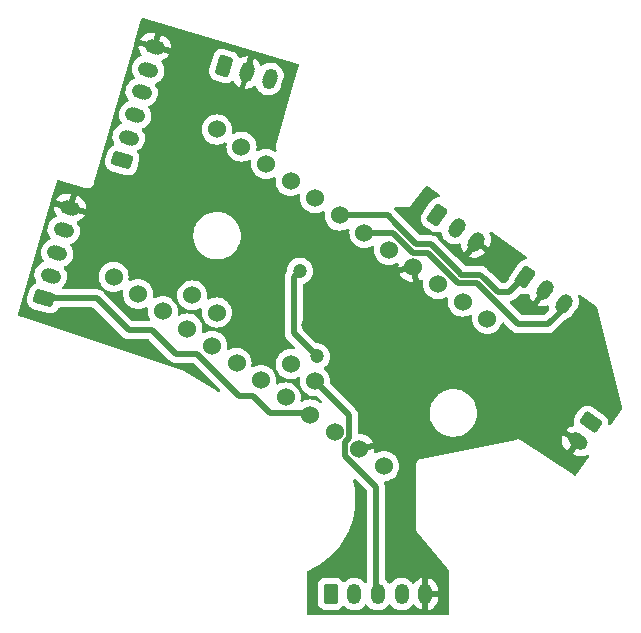
<source format=gbr>
%TF.GenerationSoftware,KiCad,Pcbnew,(6.0.9)*%
%TF.CreationDate,2023-01-28T00:17:32-09:00*%
%TF.ProjectId,HOTAS_Throttle Inner Grip,484f5441-535f-4546-9872-6f74746c6520,rev?*%
%TF.SameCoordinates,Original*%
%TF.FileFunction,Copper,L2,Bot*%
%TF.FilePolarity,Positive*%
%FSLAX46Y46*%
G04 Gerber Fmt 4.6, Leading zero omitted, Abs format (unit mm)*
G04 Created by KiCad (PCBNEW (6.0.9)) date 2023-01-28 00:17:32*
%MOMM*%
%LPD*%
G01*
G04 APERTURE LIST*
G04 Aperture macros list*
%AMRoundRect*
0 Rectangle with rounded corners*
0 $1 Rounding radius*
0 $2 $3 $4 $5 $6 $7 $8 $9 X,Y pos of 4 corners*
0 Add a 4 corners polygon primitive as box body*
4,1,4,$2,$3,$4,$5,$6,$7,$8,$9,$2,$3,0*
0 Add four circle primitives for the rounded corners*
1,1,$1+$1,$2,$3*
1,1,$1+$1,$4,$5*
1,1,$1+$1,$6,$7*
1,1,$1+$1,$8,$9*
0 Add four rect primitives between the rounded corners*
20,1,$1+$1,$2,$3,$4,$5,0*
20,1,$1+$1,$4,$5,$6,$7,0*
20,1,$1+$1,$6,$7,$8,$9,0*
20,1,$1+$1,$8,$9,$2,$3,0*%
%AMHorizOval*
0 Thick line with rounded ends*
0 $1 width*
0 $2 $3 position (X,Y) of the first rounded end (center of the circle)*
0 $4 $5 position (X,Y) of the second rounded end (center of the circle)*
0 Add line between two ends*
20,1,$1,$2,$3,$4,$5,0*
0 Add two circle primitives to create the rounded ends*
1,1,$1,$2,$3*
1,1,$1,$4,$5*%
G04 Aperture macros list end*
%TA.AperFunction,ComponentPad*%
%ADD10C,1.524000*%
%TD*%
%TA.AperFunction,ComponentPad*%
%ADD11HorizOval,1.200000X-0.264347X0.075800X0.264347X-0.075800X0*%
%TD*%
%TA.AperFunction,ComponentPad*%
%ADD12RoundRect,0.249999X0.504316X-0.508716X0.697263X0.164169X-0.504316X0.508716X-0.697263X-0.164169X0*%
%TD*%
%TA.AperFunction,ComponentPad*%
%ADD13HorizOval,1.200000X-0.157734X-0.225267X0.157734X0.225267X0*%
%TD*%
%TA.AperFunction,ComponentPad*%
%ADD14RoundRect,0.249999X-0.645190X-0.311219X-0.071782X-0.712723X0.645190X0.311219X0.071782X0.712723X0*%
%TD*%
%TA.AperFunction,ComponentPad*%
%ADD15HorizOval,1.200000X-0.075800X-0.264347X0.075800X0.264347X0*%
%TD*%
%TA.AperFunction,ComponentPad*%
%ADD16RoundRect,0.249999X-0.508716X-0.504316X0.164169X-0.697263X0.508716X0.504316X-0.164169X0.697263X0*%
%TD*%
%TA.AperFunction,ComponentPad*%
%ADD17O,1.200000X1.750000*%
%TD*%
%TA.AperFunction,ComponentPad*%
%ADD18RoundRect,0.249999X-0.350001X-0.625001X0.350001X-0.625001X0.350001X0.625001X-0.350001X0.625001X0*%
%TD*%
%TA.AperFunction,ComponentPad*%
%ADD19HorizOval,1.200000X-0.225267X0.157734X0.225267X-0.157734X0*%
%TD*%
%TA.AperFunction,ComponentPad*%
%ADD20RoundRect,0.249999X-0.311219X0.645190X-0.712723X0.071782X0.311219X-0.645190X0.712723X-0.071782X0*%
%TD*%
%TA.AperFunction,ViaPad*%
%ADD21C,1.200000*%
%TD*%
%TA.AperFunction,Conductor*%
%ADD22C,0.508000*%
%TD*%
G04 APERTURE END LIST*
D10*
%TO.P,U1,34*%
%TO.N,/I2C_SCK*%
X93303586Y-114337408D03*
%TO.P,U1,33*%
%TO.N,/I2C_DATA*%
X91222939Y-112880524D03*
%TO.P,U1,32*%
%TO.N,Net-(U1-Pad32)*%
X84981001Y-108509872D03*
%TO.P,U1,31*%
%TO.N,Net-(U1-Pad31)*%
X82900355Y-107052987D03*
%TO.P,U1,24*%
%TO.N,Net-(U1-Pad24)*%
X99128963Y-121517149D03*
%TO.P,U1,23*%
%TO.N,GND*%
X97048317Y-120060265D03*
%TO.P,U1,22*%
%TO.N,Net-(U1-Pad22)*%
X94967671Y-118603381D03*
%TO.P,U1,21*%
%TO.N,VCC*%
X92887024Y-117146497D03*
%TO.P,U1,20*%
%TO.N,/JOY_X*%
X90806378Y-115689612D03*
%TO.P,U1,19*%
%TO.N,/JOY_Y*%
X88725732Y-114232728D03*
%TO.P,U1,18*%
%TO.N,/JOY_SW*%
X86645086Y-112775844D03*
%TO.P,U1,17*%
%TO.N,/ANTENNA_ELEVATION*%
X84564440Y-111318960D03*
%TO.P,U1,16*%
%TO.N,/D*%
X82483793Y-109862076D03*
%TO.P,U1,15*%
%TO.N,/C*%
X80403147Y-108405192D03*
%TO.P,U1,14*%
%TO.N,/B*%
X78322501Y-106948307D03*
%TO.P,U1,13*%
%TO.N,/A*%
X76241855Y-105491423D03*
%TO.P,U1,12*%
%TO.N,/PUSH*%
X84983160Y-93007546D03*
%TO.P,U1,11*%
%TO.N,/COUNTERMEASURES_FWD*%
X87063806Y-94464430D03*
%TO.P,U1,10*%
%TO.N,/COUNTERMEASURES_AFT*%
X89144452Y-95921314D03*
%TO.P,U1,9*%
%TO.N,Net-(U1-Pad9)*%
X91225098Y-97378199D03*
%TO.P,U1,8*%
%TO.N,Net-(U1-Pad8)*%
X93305745Y-98835083D03*
%TO.P,U1,7*%
%TO.N,/SPEEDBREAK_EXTEND*%
X95386391Y-100291967D03*
%TO.P,U1,6*%
%TO.N,/SPEEDBREAK_RETRACT*%
X97467037Y-101748851D03*
%TO.P,U1,5*%
%TO.N,/CAGE-UNCAGE*%
X99547683Y-103205735D03*
%TO.P,U1,4*%
%TO.N,GND*%
X101628329Y-104662619D03*
%TO.P,U1,3*%
%TO.N,Net-(U1-Pad3)*%
X103708976Y-106119503D03*
%TO.P,U1,2*%
%TO.N,Net-(U1-Pad2)*%
X105789622Y-107576388D03*
%TO.P,U1,1*%
%TO.N,Net-(U1-Pad1)*%
X107870268Y-109033272D03*
%TD*%
D11*
%TO.P,COM1,6*%
%TO.N,GND*%
X79718374Y-86018383D03*
%TO.P,COM1,5*%
%TO.N,/PUSH*%
X79167099Y-87940906D03*
%TO.P,COM1,4*%
%TO.N,/D*%
X78615824Y-89863430D03*
%TO.P,COM1,3*%
%TO.N,/C*%
X78064549Y-91785953D03*
%TO.P,COM1,2*%
%TO.N,/B*%
X77513275Y-93708477D03*
D12*
%TO.P,COM1,1*%
%TO.N,/A*%
X76962000Y-95631000D03*
%TD*%
D13*
%TO.P,SPDBRK1,3*%
%TO.N,/SPEEDBREAK_RETRACT*%
X114376208Y-107780506D03*
%TO.P,SPDBRK1,2*%
%TO.N,GND*%
X112737904Y-106633353D03*
D14*
%TO.P,SPDBRK1,1*%
%TO.N,/SPEEDBREAK_EXTEND*%
X111099600Y-105486200D03*
%TD*%
D15*
%TO.P,CM1,3*%
%TO.N,/COUNTERMEASURES_AFT*%
X89443047Y-88732549D03*
%TO.P,CM1,2*%
%TO.N,GND*%
X87520523Y-88181275D03*
D16*
%TO.P,CM1,1*%
%TO.N,/COUNTERMEASURES_FWD*%
X85598000Y-87630000D03*
%TD*%
D11*
%TO.P,TDC/JOY1,5*%
%TO.N,GND*%
X72563099Y-99624906D03*
%TO.P,TDC/JOY1,4*%
%TO.N,/JOY_SW*%
X72011824Y-101547430D03*
%TO.P,TDC/JOY1,3*%
%TO.N,/JOY_Y*%
X71460549Y-103469953D03*
%TO.P,TDC/JOY1,2*%
%TO.N,/JOY_X*%
X70909275Y-105392477D03*
D12*
%TO.P,TDC/JOY1,1*%
%TO.N,VCC*%
X70358000Y-107315000D03*
%TD*%
D17*
%TO.P,J2/OUTPUT,5*%
%TO.N,GND*%
X102615000Y-132334000D03*
%TO.P,J2/OUTPUT,4*%
%TO.N,/SPARE*%
X100615000Y-132334000D03*
%TO.P,J2/OUTPUT,3*%
%TO.N,/I2C_SCK*%
X98615000Y-132334000D03*
%TO.P,J2/OUTPUT,2*%
%TO.N,/I2C_DATA*%
X96615000Y-132334000D03*
D18*
%TO.P,J2/OUTPUT,1*%
%TO.N,VCC*%
X94615000Y-132334000D03*
%TD*%
D19*
%TO.P,CAGE1,2*%
%TO.N,GND*%
X115515047Y-119418104D03*
D20*
%TO.P,CAGE1,1*%
%TO.N,/CAGE-UNCAGE*%
X116662200Y-117779800D03*
%TD*%
D13*
%TO.P,ANT1,3*%
%TO.N,GND*%
X106917560Y-102531539D03*
%TO.P,ANT1,2*%
%TO.N,/ANTENNA_ELEVATION*%
X105279256Y-101384386D03*
D14*
%TO.P,ANT1,1*%
%TO.N,VCC*%
X103640952Y-100237233D03*
%TD*%
D21*
%TO.N,GND*%
X92694000Y-109599600D03*
X88590937Y-107198337D03*
X95249996Y-111500000D03*
X112522000Y-111760000D03*
%TO.N,VCC*%
X93455825Y-112217199D03*
X91999970Y-105000000D03*
%TD*%
D22*
%TO.N,VCC*%
X93455825Y-112217199D02*
X91500014Y-110261388D01*
X92000000Y-105000000D02*
X91999970Y-105000000D01*
X91500014Y-105499956D02*
X91999970Y-105000000D01*
X91500014Y-110261388D02*
X91500014Y-105499956D01*
X88070000Y-115570000D02*
X89500000Y-117000000D01*
X86868000Y-115570000D02*
X88070000Y-115570000D01*
X74815000Y-107315000D02*
X77500000Y-110000000D01*
X77500000Y-110000000D02*
X79500000Y-110000000D01*
X79500000Y-110000000D02*
X81500000Y-112000000D01*
X89500000Y-117000000D02*
X93000000Y-117000000D01*
X83298000Y-112000000D02*
X86868000Y-115570000D01*
X70358000Y-107315000D02*
X74815000Y-107315000D01*
X81500000Y-112000000D02*
X83298000Y-112000000D01*
%TO.N,/I2C_SCK*%
X96183672Y-117217494D02*
X96183672Y-119125228D01*
X98450400Y-132207000D02*
X98653600Y-132410200D01*
X98450400Y-123262030D02*
X98450400Y-132207000D01*
X93303586Y-114337408D02*
X96183672Y-117217494D01*
X95832316Y-120643946D02*
X98450400Y-123262030D01*
X96183672Y-119125228D02*
X95832316Y-119476584D01*
X95832316Y-119476584D02*
X95832316Y-120643946D01*
%TO.N,/SPEEDBREAK_RETRACT*%
X97467037Y-101748851D02*
X99890481Y-101748851D01*
X101588248Y-103446618D02*
X102446618Y-103446618D01*
X99890481Y-101748851D02*
X101588248Y-103446618D01*
X102835773Y-103446618D02*
X105389155Y-106000000D01*
X102446618Y-103446618D02*
X102835773Y-103446618D01*
X105389155Y-106000000D02*
X107000000Y-106000000D01*
X107000000Y-106000000D02*
X110500000Y-109500000D01*
X110500000Y-109500000D02*
X113000000Y-109500000D01*
X113000000Y-109500000D02*
X114500000Y-108000000D01*
%TO.N,/SPEEDBREAK_EXTEND*%
X95386391Y-100291967D02*
X97791967Y-100291967D01*
X97791967Y-100291967D02*
X99434873Y-100291967D01*
X99434873Y-100291967D02*
X100183748Y-101040842D01*
X100183748Y-101040842D02*
X101881514Y-102738608D01*
X101881514Y-102738608D02*
X103141833Y-102738608D01*
X105500000Y-105096775D02*
X105500000Y-105109569D01*
X103141833Y-102738608D02*
X105500000Y-105096775D01*
X107293267Y-105291990D02*
X107708010Y-105706734D01*
X105500000Y-105109569D02*
X105682421Y-105291990D01*
X105682421Y-105291990D02*
X107293267Y-105291990D01*
X107708010Y-105706734D02*
X108750638Y-106749362D01*
X108750638Y-106749362D02*
X109750638Y-106749362D01*
X109750638Y-106749362D02*
X111000000Y-105500000D01*
%TD*%
%TA.AperFunction,Conductor*%
%TO.N,GND*%
G36*
X78701794Y-83597937D02*
G01*
X91836835Y-87433834D01*
X91896616Y-87472129D01*
X91926204Y-87536667D01*
X91922773Y-87589016D01*
X91457810Y-89235917D01*
X90015668Y-94343992D01*
X90013554Y-94350748D01*
X89995431Y-94403425D01*
X89995011Y-94412386D01*
X89993299Y-94448885D01*
X89992325Y-94459678D01*
X89986293Y-94504791D01*
X89987752Y-94514346D01*
X89989058Y-94539278D01*
X89988606Y-94548923D01*
X89990719Y-94557647D01*
X89990719Y-94557648D01*
X89999316Y-94593142D01*
X90001413Y-94603776D01*
X90008286Y-94648778D01*
X90012078Y-94656916D01*
X90012079Y-94656919D01*
X90012370Y-94657544D01*
X90020617Y-94681094D01*
X90022892Y-94690487D01*
X90027369Y-94698268D01*
X90030697Y-94706604D01*
X90028039Y-94707665D01*
X90041258Y-94762524D01*
X90017933Y-94829580D01*
X89962057Y-94873380D01*
X89891372Y-94880019D01*
X89843139Y-94859546D01*
X89782129Y-94816826D01*
X89777147Y-94814503D01*
X89777142Y-94814500D01*
X89585630Y-94725197D01*
X89585629Y-94725196D01*
X89580648Y-94722874D01*
X89575340Y-94721452D01*
X89575338Y-94721451D01*
X89459779Y-94690487D01*
X89365915Y-94665336D01*
X89144452Y-94645961D01*
X88922989Y-94665336D01*
X88829125Y-94690487D01*
X88713566Y-94721451D01*
X88713564Y-94721452D01*
X88708256Y-94722874D01*
X88703275Y-94725196D01*
X88703274Y-94725197D01*
X88511763Y-94814500D01*
X88511758Y-94814503D01*
X88506776Y-94816826D01*
X88505177Y-94817946D01*
X88437249Y-94834425D01*
X88370157Y-94811205D01*
X88326269Y-94755398D01*
X88319272Y-94687802D01*
X88319784Y-94685893D01*
X88339159Y-94464430D01*
X88319784Y-94242967D01*
X88262246Y-94028234D01*
X88222578Y-93943165D01*
X88170620Y-93831741D01*
X88170617Y-93831736D01*
X88168294Y-93826754D01*
X88077360Y-93696886D01*
X88043942Y-93649160D01*
X88043940Y-93649157D01*
X88040783Y-93644649D01*
X87883587Y-93487453D01*
X87879079Y-93484296D01*
X87879076Y-93484294D01*
X87803311Y-93431243D01*
X87701483Y-93359942D01*
X87696501Y-93357619D01*
X87696496Y-93357616D01*
X87504984Y-93268313D01*
X87504983Y-93268312D01*
X87500002Y-93265990D01*
X87494694Y-93264568D01*
X87494692Y-93264567D01*
X87381816Y-93234322D01*
X87285269Y-93208452D01*
X87063806Y-93189077D01*
X86842343Y-93208452D01*
X86745796Y-93234322D01*
X86632920Y-93264567D01*
X86632918Y-93264568D01*
X86627610Y-93265990D01*
X86622629Y-93268312D01*
X86622628Y-93268313D01*
X86431117Y-93357616D01*
X86431112Y-93357619D01*
X86426130Y-93359942D01*
X86424531Y-93361062D01*
X86356603Y-93377541D01*
X86289511Y-93354321D01*
X86245623Y-93298514D01*
X86238626Y-93230918D01*
X86239138Y-93229009D01*
X86258513Y-93007546D01*
X86239138Y-92786083D01*
X86181600Y-92571350D01*
X86166864Y-92539749D01*
X86089974Y-92374857D01*
X86089971Y-92374852D01*
X86087648Y-92369870D01*
X85960137Y-92187765D01*
X85802941Y-92030569D01*
X85798433Y-92027412D01*
X85798430Y-92027410D01*
X85718906Y-91971727D01*
X85620837Y-91903058D01*
X85615855Y-91900735D01*
X85615850Y-91900732D01*
X85424338Y-91811429D01*
X85424337Y-91811428D01*
X85419356Y-91809106D01*
X85414048Y-91807684D01*
X85414046Y-91807683D01*
X85348211Y-91790043D01*
X85204623Y-91751568D01*
X84983160Y-91732193D01*
X84761697Y-91751568D01*
X84618109Y-91790043D01*
X84552274Y-91807683D01*
X84552272Y-91807684D01*
X84546964Y-91809106D01*
X84541983Y-91811428D01*
X84541982Y-91811429D01*
X84350471Y-91900732D01*
X84350466Y-91900735D01*
X84345484Y-91903058D01*
X84340977Y-91906214D01*
X84340975Y-91906215D01*
X84167890Y-92027410D01*
X84167887Y-92027412D01*
X84163379Y-92030569D01*
X84006183Y-92187765D01*
X83878672Y-92369870D01*
X83876349Y-92374852D01*
X83876346Y-92374857D01*
X83799456Y-92539749D01*
X83784720Y-92571350D01*
X83727182Y-92786083D01*
X83707807Y-93007546D01*
X83727182Y-93229009D01*
X83784720Y-93443742D01*
X83787042Y-93448723D01*
X83787043Y-93448724D01*
X83876346Y-93640235D01*
X83876349Y-93640240D01*
X83878672Y-93645222D01*
X83881828Y-93649729D01*
X83881829Y-93649731D01*
X84002625Y-93822245D01*
X84006183Y-93827327D01*
X84163379Y-93984523D01*
X84167887Y-93987680D01*
X84167890Y-93987682D01*
X84233388Y-94033544D01*
X84345483Y-94112034D01*
X84350465Y-94114357D01*
X84350470Y-94114360D01*
X84541982Y-94203663D01*
X84546964Y-94205986D01*
X84552272Y-94207408D01*
X84552274Y-94207409D01*
X84575648Y-94213672D01*
X84761697Y-94263524D01*
X84983160Y-94282899D01*
X85204623Y-94263524D01*
X85390672Y-94213672D01*
X85414046Y-94207409D01*
X85414048Y-94207408D01*
X85419356Y-94205986D01*
X85620837Y-94112034D01*
X85622437Y-94110914D01*
X85690367Y-94094436D01*
X85757459Y-94117658D01*
X85801344Y-94173466D01*
X85808339Y-94241061D01*
X85807828Y-94242967D01*
X85807349Y-94248438D01*
X85807349Y-94248440D01*
X85798483Y-94349786D01*
X85788453Y-94464430D01*
X85807828Y-94685893D01*
X85830660Y-94771102D01*
X85854359Y-94859546D01*
X85865366Y-94900626D01*
X85867688Y-94905607D01*
X85867689Y-94905608D01*
X85956992Y-95097119D01*
X85956995Y-95097124D01*
X85959318Y-95102106D01*
X85962474Y-95106613D01*
X85962475Y-95106615D01*
X86010934Y-95175821D01*
X86086829Y-95284211D01*
X86244025Y-95441407D01*
X86248533Y-95444564D01*
X86248536Y-95444566D01*
X86314034Y-95490428D01*
X86426129Y-95568918D01*
X86431111Y-95571241D01*
X86431116Y-95571244D01*
X86573742Y-95637751D01*
X86627610Y-95662870D01*
X86632918Y-95664292D01*
X86632920Y-95664293D01*
X86698755Y-95681933D01*
X86842343Y-95720408D01*
X87063806Y-95739783D01*
X87285269Y-95720408D01*
X87428857Y-95681933D01*
X87494692Y-95664293D01*
X87494694Y-95664292D01*
X87500002Y-95662870D01*
X87701483Y-95568918D01*
X87703083Y-95567798D01*
X87771013Y-95551320D01*
X87838105Y-95574542D01*
X87881990Y-95630350D01*
X87888985Y-95697945D01*
X87888474Y-95699851D01*
X87887995Y-95705322D01*
X87887995Y-95705324D01*
X87885622Y-95732450D01*
X87869099Y-95921314D01*
X87888474Y-96142777D01*
X87946012Y-96357510D01*
X87948334Y-96362491D01*
X87948335Y-96362492D01*
X88037638Y-96554003D01*
X88037641Y-96554008D01*
X88039964Y-96558990D01*
X88043120Y-96563497D01*
X88043121Y-96563499D01*
X88097195Y-96640724D01*
X88167475Y-96741095D01*
X88324671Y-96898291D01*
X88329179Y-96901448D01*
X88329182Y-96901450D01*
X88379983Y-96937021D01*
X88506775Y-97025802D01*
X88511757Y-97028125D01*
X88511762Y-97028128D01*
X88703274Y-97117431D01*
X88708256Y-97119754D01*
X88713564Y-97121176D01*
X88713566Y-97121177D01*
X88779401Y-97138817D01*
X88922989Y-97177292D01*
X89144452Y-97196667D01*
X89365915Y-97177292D01*
X89509503Y-97138817D01*
X89575338Y-97121177D01*
X89575340Y-97121176D01*
X89580648Y-97119754D01*
X89782129Y-97025802D01*
X89783729Y-97024682D01*
X89851659Y-97008204D01*
X89918751Y-97031426D01*
X89962636Y-97087234D01*
X89969632Y-97154827D01*
X89969120Y-97156736D01*
X89949745Y-97378199D01*
X89969120Y-97599662D01*
X90026658Y-97814395D01*
X90028980Y-97819376D01*
X90028981Y-97819377D01*
X90118284Y-98010888D01*
X90118287Y-98010893D01*
X90120610Y-98015875D01*
X90123766Y-98020382D01*
X90123767Y-98020384D01*
X90135300Y-98036854D01*
X90248121Y-98197980D01*
X90405317Y-98355176D01*
X90409825Y-98358333D01*
X90409828Y-98358335D01*
X90475326Y-98404197D01*
X90587421Y-98482687D01*
X90592403Y-98485010D01*
X90592408Y-98485013D01*
X90783920Y-98574316D01*
X90788902Y-98576639D01*
X90794210Y-98578061D01*
X90794212Y-98578062D01*
X90860047Y-98595702D01*
X91003635Y-98634177D01*
X91225098Y-98653552D01*
X91446561Y-98634177D01*
X91590149Y-98595702D01*
X91655984Y-98578062D01*
X91655986Y-98578061D01*
X91661294Y-98576639D01*
X91666276Y-98574316D01*
X91857788Y-98485013D01*
X91857793Y-98485010D01*
X91862775Y-98482687D01*
X91864374Y-98481567D01*
X91932302Y-98465088D01*
X91999394Y-98488308D01*
X92043282Y-98544115D01*
X92050279Y-98611711D01*
X92049767Y-98613620D01*
X92030392Y-98835083D01*
X92049767Y-99056546D01*
X92107305Y-99271279D01*
X92109627Y-99276260D01*
X92109628Y-99276261D01*
X92198931Y-99467772D01*
X92198934Y-99467777D01*
X92201257Y-99472759D01*
X92204413Y-99477266D01*
X92204414Y-99477268D01*
X92324271Y-99648441D01*
X92328768Y-99654864D01*
X92485964Y-99812060D01*
X92490472Y-99815217D01*
X92490475Y-99815219D01*
X92566240Y-99868270D01*
X92668068Y-99939571D01*
X92673050Y-99941894D01*
X92673055Y-99941897D01*
X92864567Y-100031200D01*
X92869549Y-100033523D01*
X92874857Y-100034945D01*
X92874859Y-100034946D01*
X92931124Y-100050022D01*
X93084282Y-100091061D01*
X93305745Y-100110436D01*
X93527208Y-100091061D01*
X93680366Y-100050022D01*
X93736631Y-100034946D01*
X93736633Y-100034945D01*
X93741941Y-100033523D01*
X93748225Y-100030593D01*
X93830747Y-99992112D01*
X93943422Y-99939571D01*
X93945022Y-99938451D01*
X94012952Y-99921973D01*
X94080044Y-99945195D01*
X94123929Y-100001003D01*
X94130924Y-100068598D01*
X94130413Y-100070504D01*
X94129934Y-100075975D01*
X94129934Y-100075977D01*
X94123282Y-100152011D01*
X94111038Y-100291967D01*
X94130413Y-100513430D01*
X94187951Y-100728163D01*
X94190273Y-100733144D01*
X94190274Y-100733145D01*
X94279577Y-100924656D01*
X94279580Y-100924661D01*
X94281903Y-100929643D01*
X94285059Y-100934150D01*
X94285060Y-100934152D01*
X94400906Y-101099597D01*
X94409414Y-101111748D01*
X94566610Y-101268944D01*
X94571118Y-101272101D01*
X94571121Y-101272103D01*
X94629160Y-101312742D01*
X94748714Y-101396455D01*
X94753696Y-101398778D01*
X94753701Y-101398781D01*
X94945213Y-101488084D01*
X94950195Y-101490407D01*
X94955503Y-101491829D01*
X94955505Y-101491830D01*
X95018595Y-101508735D01*
X95164928Y-101547945D01*
X95386391Y-101567320D01*
X95607854Y-101547945D01*
X95754187Y-101508735D01*
X95817277Y-101491830D01*
X95817279Y-101491829D01*
X95822587Y-101490407D01*
X96024068Y-101396455D01*
X96025668Y-101395335D01*
X96093598Y-101378857D01*
X96160690Y-101402079D01*
X96204575Y-101457887D01*
X96211570Y-101525482D01*
X96211059Y-101527388D01*
X96210580Y-101532859D01*
X96210580Y-101532861D01*
X96207773Y-101564951D01*
X96191684Y-101748851D01*
X96211059Y-101970314D01*
X96224122Y-102019065D01*
X96266527Y-102177320D01*
X96268597Y-102185047D01*
X96270919Y-102190028D01*
X96270920Y-102190029D01*
X96360223Y-102381540D01*
X96360226Y-102381545D01*
X96362549Y-102386527D01*
X96365705Y-102391034D01*
X96365706Y-102391036D01*
X96455599Y-102519416D01*
X96490060Y-102568632D01*
X96647256Y-102725828D01*
X96651764Y-102728985D01*
X96651767Y-102728987D01*
X96712204Y-102771305D01*
X96829360Y-102853339D01*
X96834342Y-102855662D01*
X96834347Y-102855665D01*
X97025859Y-102944968D01*
X97030841Y-102947291D01*
X97036149Y-102948713D01*
X97036151Y-102948714D01*
X97054692Y-102953682D01*
X97245574Y-103004829D01*
X97467037Y-103024204D01*
X97688500Y-103004829D01*
X97879382Y-102953682D01*
X97897923Y-102948714D01*
X97897925Y-102948713D01*
X97903233Y-102947291D01*
X98104714Y-102853339D01*
X98106314Y-102852219D01*
X98174244Y-102835741D01*
X98241336Y-102858963D01*
X98285221Y-102914771D01*
X98292216Y-102982366D01*
X98291705Y-102984272D01*
X98291226Y-102989743D01*
X98291226Y-102989745D01*
X98289743Y-103006702D01*
X98272330Y-103205735D01*
X98291705Y-103427198D01*
X98309461Y-103493462D01*
X98346371Y-103631211D01*
X98349243Y-103641931D01*
X98351565Y-103646912D01*
X98351566Y-103646913D01*
X98440869Y-103838424D01*
X98440872Y-103838429D01*
X98443195Y-103843411D01*
X98446351Y-103847918D01*
X98446352Y-103847920D01*
X98564933Y-104017271D01*
X98570706Y-104025516D01*
X98727902Y-104182712D01*
X98732410Y-104185869D01*
X98732413Y-104185871D01*
X98785305Y-104222906D01*
X98910006Y-104310223D01*
X98914986Y-104312545D01*
X98914993Y-104312549D01*
X99106505Y-104401852D01*
X99111487Y-104404175D01*
X99116795Y-104405597D01*
X99116797Y-104405598D01*
X99147042Y-104413702D01*
X99326220Y-104461713D01*
X99547683Y-104481088D01*
X99769146Y-104461713D01*
X99948324Y-104413702D01*
X99978569Y-104405598D01*
X99978571Y-104405597D01*
X99983879Y-104404175D01*
X99988861Y-104401852D01*
X100180381Y-104312545D01*
X100180383Y-104312544D01*
X100185360Y-104310223D01*
X100187374Y-104308813D01*
X100255458Y-104292297D01*
X100322549Y-104315519D01*
X100366435Y-104371327D01*
X100373545Y-104440036D01*
X100372367Y-104446714D01*
X100358001Y-104610925D01*
X100360779Y-104624751D01*
X100369190Y-104626721D01*
X101334081Y-104456584D01*
X101710278Y-104390251D01*
X101780837Y-104398120D01*
X101835941Y-104442887D01*
X101856244Y-104492457D01*
X102091819Y-105828475D01*
X102098080Y-105841107D01*
X102106715Y-105840833D01*
X102260765Y-105768999D01*
X102266650Y-105765601D01*
X102335645Y-105748862D01*
X102402737Y-105772081D01*
X102446626Y-105827886D01*
X102453640Y-105895644D01*
X102452998Y-105898040D01*
X102452519Y-105903518D01*
X102452518Y-105903522D01*
X102435482Y-106098252D01*
X102433623Y-106119503D01*
X102452998Y-106340966D01*
X102483581Y-106455102D01*
X102498857Y-106512111D01*
X102510536Y-106555699D01*
X102512858Y-106560680D01*
X102512859Y-106560681D01*
X102602162Y-106752192D01*
X102602165Y-106752197D01*
X102604488Y-106757179D01*
X102607644Y-106761686D01*
X102607645Y-106761688D01*
X102724356Y-106928368D01*
X102731999Y-106939284D01*
X102889195Y-107096480D01*
X102893703Y-107099637D01*
X102893706Y-107099639D01*
X102951622Y-107140192D01*
X103071299Y-107223991D01*
X103076281Y-107226314D01*
X103076286Y-107226317D01*
X103267365Y-107315418D01*
X103272780Y-107317943D01*
X103278088Y-107319365D01*
X103278090Y-107319366D01*
X103343925Y-107337006D01*
X103487513Y-107375481D01*
X103708976Y-107394856D01*
X103930439Y-107375481D01*
X104074027Y-107337006D01*
X104139862Y-107319366D01*
X104139864Y-107319365D01*
X104145172Y-107317943D01*
X104346653Y-107223991D01*
X104348253Y-107222871D01*
X104416183Y-107206393D01*
X104483275Y-107229615D01*
X104527160Y-107285423D01*
X104534156Y-107353016D01*
X104533644Y-107354925D01*
X104514269Y-107576388D01*
X104533644Y-107797851D01*
X104568104Y-107926458D01*
X104579503Y-107968996D01*
X104591182Y-108012584D01*
X104593504Y-108017565D01*
X104593505Y-108017566D01*
X104682808Y-108209077D01*
X104682811Y-108209082D01*
X104685134Y-108214064D01*
X104688290Y-108218571D01*
X104688291Y-108218573D01*
X104765151Y-108328340D01*
X104812645Y-108396169D01*
X104969841Y-108553365D01*
X104974349Y-108556522D01*
X104974352Y-108556524D01*
X105044467Y-108605619D01*
X105151945Y-108680876D01*
X105156927Y-108683199D01*
X105156932Y-108683202D01*
X105348444Y-108772505D01*
X105353426Y-108774828D01*
X105358734Y-108776250D01*
X105358736Y-108776251D01*
X105424571Y-108793891D01*
X105568159Y-108832366D01*
X105789622Y-108851741D01*
X106011085Y-108832366D01*
X106154673Y-108793891D01*
X106220508Y-108776251D01*
X106220510Y-108776250D01*
X106225818Y-108774828D01*
X106427299Y-108680876D01*
X106428899Y-108679756D01*
X106496829Y-108663278D01*
X106563921Y-108686500D01*
X106607806Y-108742308D01*
X106614801Y-108809903D01*
X106614290Y-108811809D01*
X106613811Y-108817280D01*
X106613811Y-108817282D01*
X106598473Y-108992599D01*
X106594915Y-109033272D01*
X106614290Y-109254735D01*
X106645678Y-109371875D01*
X106660149Y-109425880D01*
X106671828Y-109469468D01*
X106674150Y-109474449D01*
X106674151Y-109474450D01*
X106763454Y-109665961D01*
X106763457Y-109665966D01*
X106765780Y-109670948D01*
X106768936Y-109675455D01*
X106768937Y-109675457D01*
X106870781Y-109820905D01*
X106893291Y-109853053D01*
X107050487Y-110010249D01*
X107054995Y-110013406D01*
X107054998Y-110013408D01*
X107098127Y-110043607D01*
X107232591Y-110137760D01*
X107237573Y-110140083D01*
X107237578Y-110140086D01*
X107429090Y-110229389D01*
X107434072Y-110231712D01*
X107439380Y-110233134D01*
X107439382Y-110233135D01*
X107505217Y-110250775D01*
X107648805Y-110289250D01*
X107870268Y-110308625D01*
X108091731Y-110289250D01*
X108235319Y-110250775D01*
X108301154Y-110233135D01*
X108301156Y-110233134D01*
X108306464Y-110231712D01*
X108311446Y-110229389D01*
X108502958Y-110140086D01*
X108502963Y-110140083D01*
X108507945Y-110137760D01*
X108642409Y-110043607D01*
X108685538Y-110013408D01*
X108685541Y-110013406D01*
X108690049Y-110010249D01*
X108847245Y-109853053D01*
X108869756Y-109820905D01*
X108971599Y-109675457D01*
X108971600Y-109675455D01*
X108974756Y-109670948D01*
X108977079Y-109665966D01*
X108977082Y-109665961D01*
X109066385Y-109474450D01*
X109066386Y-109474449D01*
X109068708Y-109469468D01*
X109070131Y-109464158D01*
X109070134Y-109464150D01*
X109080361Y-109425983D01*
X109117313Y-109365360D01*
X109181174Y-109334339D01*
X109251668Y-109342769D01*
X109291162Y-109369500D01*
X109913190Y-109991528D01*
X109925577Y-110005941D01*
X109938546Y-110023564D01*
X109944129Y-110028307D01*
X109979055Y-110057979D01*
X109986571Y-110064909D01*
X109992315Y-110070653D01*
X109995185Y-110072924D01*
X109995191Y-110072929D01*
X110014741Y-110088397D01*
X110018141Y-110091185D01*
X110052671Y-110120520D01*
X110074051Y-110138684D01*
X110080572Y-110142014D01*
X110085657Y-110145405D01*
X110090856Y-110148616D01*
X110096599Y-110153160D01*
X110103228Y-110156258D01*
X110103231Y-110156260D01*
X110163089Y-110184235D01*
X110167041Y-110186167D01*
X110232404Y-110219543D01*
X110239521Y-110221284D01*
X110245239Y-110223411D01*
X110251045Y-110225342D01*
X110257679Y-110228443D01*
X110264847Y-110229934D01*
X110264850Y-110229935D01*
X110309867Y-110239299D01*
X110329539Y-110243391D01*
X110333797Y-110244354D01*
X110405112Y-110261804D01*
X110410718Y-110262152D01*
X110410719Y-110262152D01*
X110416330Y-110262500D01*
X110416328Y-110262539D01*
X110420229Y-110262772D01*
X110424588Y-110263161D01*
X110431756Y-110264652D01*
X110439073Y-110264454D01*
X110509576Y-110262546D01*
X110512985Y-110262500D01*
X112932624Y-110262500D01*
X112951574Y-110263933D01*
X112965973Y-110266124D01*
X112965979Y-110266124D01*
X112973208Y-110267224D01*
X112980500Y-110266631D01*
X112980503Y-110266631D01*
X113026183Y-110262915D01*
X113036398Y-110262500D01*
X113044525Y-110262500D01*
X113048161Y-110262076D01*
X113048163Y-110262076D01*
X113051615Y-110261673D01*
X113072924Y-110259189D01*
X113077244Y-110258762D01*
X113150426Y-110252809D01*
X113157388Y-110250553D01*
X113163376Y-110249357D01*
X113169333Y-110247949D01*
X113176607Y-110247101D01*
X113183489Y-110244603D01*
X113183493Y-110244602D01*
X113245607Y-110222055D01*
X113249711Y-110220645D01*
X113319575Y-110198013D01*
X113325838Y-110194213D01*
X113331380Y-110191675D01*
X113336856Y-110188933D01*
X113343741Y-110186434D01*
X113405132Y-110146185D01*
X113408800Y-110143870D01*
X113471581Y-110105773D01*
X113475786Y-110102059D01*
X113475789Y-110102057D01*
X113480005Y-110098333D01*
X113480031Y-110098362D01*
X113482962Y-110095762D01*
X113486316Y-110092958D01*
X113492435Y-110088946D01*
X113545989Y-110032413D01*
X113548366Y-110029972D01*
X114470898Y-109107440D01*
X114527426Y-109077221D01*
X114526833Y-109075243D01*
X114532579Y-109073519D01*
X114538461Y-109072349D01*
X114544018Y-109070087D01*
X114728819Y-108994860D01*
X114728820Y-108994859D01*
X114734373Y-108992599D01*
X114911669Y-108877241D01*
X115063954Y-108730439D01*
X115067367Y-108726039D01*
X115472283Y-108147760D01*
X115500776Y-108097502D01*
X115547467Y-108015144D01*
X115547468Y-108015142D01*
X115550421Y-108009933D01*
X115562446Y-107974306D01*
X115596658Y-107872939D01*
X115618063Y-107809518D01*
X115636412Y-107674690D01*
X115645779Y-107605867D01*
X115645779Y-107605866D01*
X115646587Y-107599929D01*
X115645292Y-107576388D01*
X115636314Y-107413251D01*
X115634964Y-107388727D01*
X115583613Y-107183532D01*
X115575941Y-107167041D01*
X115565341Y-107096842D01*
X115594377Y-107032054D01*
X115653830Y-106993250D01*
X115724825Y-106992748D01*
X115763253Y-107011244D01*
X117117289Y-107975134D01*
X117161185Y-108030934D01*
X117166352Y-108046813D01*
X119305925Y-116486245D01*
X119323675Y-116556258D01*
X119321027Y-116627205D01*
X119304763Y-116659476D01*
X118364472Y-118002750D01*
X118359186Y-118010301D01*
X118303735Y-118054638D01*
X118233117Y-118061956D01*
X118169752Y-118029934D01*
X118133759Y-117968738D01*
X118130166Y-117930902D01*
X118136827Y-117813599D01*
X118137242Y-117806292D01*
X118106377Y-117632135D01*
X118036275Y-117469750D01*
X118031908Y-117463881D01*
X118031906Y-117463877D01*
X117943644Y-117345251D01*
X117930696Y-117327848D01*
X117851266Y-117259164D01*
X116744754Y-116484377D01*
X116651821Y-116432700D01*
X116482277Y-116382319D01*
X116305691Y-116372291D01*
X116196305Y-116391678D01*
X116138738Y-116401880D01*
X116138736Y-116401881D01*
X116131534Y-116403157D01*
X116124819Y-116406056D01*
X116124815Y-116406057D01*
X115980039Y-116468557D01*
X115969150Y-116473258D01*
X115963281Y-116477625D01*
X115963277Y-116477627D01*
X115832770Y-116574727D01*
X115832766Y-116574731D01*
X115827247Y-116578837D01*
X115758564Y-116658268D01*
X115756721Y-116660901D01*
X115756718Y-116660904D01*
X115304347Y-117306958D01*
X115299244Y-117314246D01*
X115247567Y-117407179D01*
X115197186Y-117576722D01*
X115187158Y-117753308D01*
X115218023Y-117927465D01*
X115220924Y-117934185D01*
X115220925Y-117934188D01*
X115242229Y-117983536D01*
X115250865Y-118054006D01*
X115220032Y-118117957D01*
X115159518Y-118155087D01*
X115133478Y-118159286D01*
X115129332Y-118159514D01*
X115117532Y-118161299D01*
X114924059Y-118209716D01*
X114912799Y-118213704D01*
X114731978Y-118297829D01*
X114721690Y-118303865D01*
X114560032Y-118420670D01*
X114559266Y-118421344D01*
X114554565Y-118430616D01*
X114563388Y-118441668D01*
X115452671Y-119064351D01*
X115765587Y-119283458D01*
X115809915Y-119338915D01*
X115817224Y-119409534D01*
X115796529Y-119458941D01*
X115585030Y-119760994D01*
X115585026Y-119761000D01*
X115577423Y-119771857D01*
X115097980Y-120456574D01*
X115092904Y-120471623D01*
X115093353Y-120473410D01*
X115098683Y-120479181D01*
X115145610Y-120512040D01*
X115150664Y-120515232D01*
X115280616Y-120588905D01*
X115291497Y-120593772D01*
X115480467Y-120657552D01*
X115492094Y-120660279D01*
X115689707Y-120687173D01*
X115701626Y-120687652D01*
X115900772Y-120676692D01*
X115912562Y-120674909D01*
X116106035Y-120626492D01*
X116117295Y-120622504D01*
X116303549Y-120535851D01*
X116304563Y-120538031D01*
X116363242Y-120523370D01*
X116430491Y-120546130D01*
X116474760Y-120601635D01*
X116481993Y-120672262D01*
X116461332Y-120721520D01*
X115602772Y-121948035D01*
X115382107Y-122263271D01*
X115326656Y-122307608D01*
X115256038Y-122314926D01*
X115208992Y-122295853D01*
X110830563Y-119376902D01*
X110820856Y-119368758D01*
X110820621Y-119369057D01*
X110813564Y-119363513D01*
X110807361Y-119357021D01*
X110761418Y-119330493D01*
X110754559Y-119326232D01*
X110741684Y-119317649D01*
X110731543Y-119312803D01*
X110722875Y-119308238D01*
X110681222Y-119284187D01*
X110672495Y-119282059D01*
X110667724Y-119280146D01*
X110656496Y-119276143D01*
X110651639Y-119274622D01*
X110643541Y-119270752D01*
X110614232Y-119265984D01*
X110596056Y-119263027D01*
X110586440Y-119261076D01*
X110548431Y-119251808D01*
X110548428Y-119251808D01*
X110539710Y-119249682D01*
X110530742Y-119250089D01*
X110525662Y-119249595D01*
X110513734Y-119248902D01*
X110508631Y-119248805D01*
X110499773Y-119247364D01*
X110490867Y-119248467D01*
X110490866Y-119248467D01*
X110452033Y-119253276D01*
X110442258Y-119254101D01*
X110432775Y-119254531D01*
X110432759Y-119254533D01*
X110427907Y-119254753D01*
X110413410Y-119257689D01*
X110403915Y-119259236D01*
X110355220Y-119265266D01*
X110346976Y-119268827D01*
X110341314Y-119270366D01*
X110324010Y-119275792D01*
X102300122Y-120900566D01*
X102279751Y-120902545D01*
X102275855Y-120903079D01*
X102266879Y-120903024D01*
X102258248Y-120905491D01*
X102258246Y-120905491D01*
X102220335Y-120916326D01*
X102210726Y-120918668D01*
X102199894Y-120920862D01*
X102195672Y-120922365D01*
X102185058Y-120926143D01*
X102177428Y-120928589D01*
X102126829Y-120943051D01*
X102119236Y-120947842D01*
X102112440Y-120950882D01*
X102105878Y-120954333D01*
X102097422Y-120957344D01*
X102090153Y-120962605D01*
X102090150Y-120962607D01*
X102054784Y-120988206D01*
X102048140Y-120992700D01*
X102003642Y-121020776D01*
X101997700Y-121027504D01*
X101992035Y-121032325D01*
X101986700Y-121037486D01*
X101979430Y-121042748D01*
X101971088Y-121053502D01*
X101947171Y-121084333D01*
X101942056Y-121090509D01*
X101907222Y-121129951D01*
X101903406Y-121138079D01*
X101899325Y-121144292D01*
X101895651Y-121150745D01*
X101890150Y-121157836D01*
X101886861Y-121166184D01*
X101886860Y-121166186D01*
X101870857Y-121206806D01*
X101867682Y-121214168D01*
X101849134Y-121253673D01*
X101849133Y-121253677D01*
X101845319Y-121261800D01*
X101843938Y-121270672D01*
X101841768Y-121277771D01*
X101840052Y-121284998D01*
X101836759Y-121293356D01*
X101835945Y-121302298D01*
X101831986Y-121345770D01*
X101831005Y-121353725D01*
X101828100Y-121372386D01*
X101828100Y-121382728D01*
X101827581Y-121394154D01*
X101823551Y-121438413D01*
X101825278Y-121447217D01*
X101825278Y-121447220D01*
X101825744Y-121449594D01*
X101828100Y-121473845D01*
X101828100Y-126760888D01*
X101828048Y-126764504D01*
X101826179Y-126829605D01*
X101828450Y-126838288D01*
X101828450Y-126838290D01*
X101835482Y-126865180D01*
X101838308Y-126879195D01*
X101843520Y-126915587D01*
X101847235Y-126923757D01*
X101851161Y-126932391D01*
X101858362Y-126952666D01*
X101860761Y-126961842D01*
X101860763Y-126961846D01*
X101863032Y-126970524D01*
X101867648Y-126978220D01*
X101881941Y-127002049D01*
X101888587Y-127014707D01*
X101900089Y-127040005D01*
X101900093Y-127040011D01*
X101903808Y-127048182D01*
X101949580Y-127101303D01*
X101950843Y-127102793D01*
X104491656Y-130151769D01*
X104592896Y-130273257D01*
X104621140Y-130338394D01*
X104622100Y-130353920D01*
X104622100Y-133985500D01*
X104602098Y-134053621D01*
X104548442Y-134100114D01*
X104496100Y-134111500D01*
X92703340Y-134111500D01*
X92635219Y-134091498D01*
X92588726Y-134037842D01*
X92577341Y-133984931D01*
X92578582Y-133710028D01*
X92593105Y-130491409D01*
X92613415Y-130423380D01*
X92667279Y-130377129D01*
X92674539Y-130374122D01*
X92712116Y-130359913D01*
X92714259Y-130358912D01*
X92714266Y-130358909D01*
X93157710Y-130151769D01*
X93159864Y-130150763D01*
X93161922Y-130149605D01*
X93161932Y-130149600D01*
X93424128Y-130002082D01*
X93590564Y-129908442D01*
X94001764Y-129634332D01*
X94391122Y-129329993D01*
X94756420Y-128997159D01*
X95095579Y-128637724D01*
X95259707Y-128435135D01*
X95405172Y-128255581D01*
X95406666Y-128253737D01*
X95687910Y-127847383D01*
X95937709Y-127420977D01*
X96154641Y-126976947D01*
X96175822Y-126923757D01*
X96336592Y-126520029D01*
X96336596Y-126520018D01*
X96337470Y-126517823D01*
X96485155Y-126046218D01*
X96596855Y-125564820D01*
X96671934Y-125076368D01*
X96709964Y-124583646D01*
X96710728Y-124089458D01*
X96674223Y-123596621D01*
X96633995Y-123329406D01*
X96601007Y-123110276D01*
X96601006Y-123110271D01*
X96600655Y-123107939D01*
X96598531Y-123098654D01*
X96515165Y-122734249D01*
X96519472Y-122663384D01*
X96561408Y-122606096D01*
X96627659Y-122580574D01*
X96697190Y-122594922D01*
X96727087Y-122617055D01*
X97650995Y-123540963D01*
X97685021Y-123603275D01*
X97687900Y-123630058D01*
X97687900Y-131265974D01*
X97667898Y-131334095D01*
X97614242Y-131380588D01*
X97543968Y-131390692D01*
X97479388Y-131361198D01*
X97462814Y-131343807D01*
X97425102Y-131295798D01*
X97421396Y-131291080D01*
X97416865Y-131287148D01*
X97416862Y-131287145D01*
X97266167Y-131156379D01*
X97261637Y-131152448D01*
X97256451Y-131149448D01*
X97256447Y-131149445D01*
X97083742Y-131049533D01*
X97078546Y-131046527D01*
X96878729Y-130977139D01*
X96872794Y-130976278D01*
X96872792Y-130976278D01*
X96675336Y-130947648D01*
X96675333Y-130947648D01*
X96669396Y-130946787D01*
X96458101Y-130956567D01*
X96345466Y-130983712D01*
X96258299Y-131004719D01*
X96258297Y-131004720D01*
X96252466Y-131006125D01*
X96247008Y-131008607D01*
X96247004Y-131008608D01*
X96155990Y-131049990D01*
X96059913Y-131093674D01*
X95887389Y-131216054D01*
X95883247Y-131220381D01*
X95883241Y-131220386D01*
X95796195Y-131311316D01*
X95734640Y-131346693D01*
X95663731Y-131343174D01*
X95605980Y-131301878D01*
X95598033Y-131290489D01*
X95567333Y-131240878D01*
X95567330Y-131240874D01*
X95563479Y-131234651D01*
X95438303Y-131109694D01*
X95287739Y-131016885D01*
X95179006Y-130980820D01*
X95126390Y-130963368D01*
X95126388Y-130963368D01*
X95119862Y-130961203D01*
X95113026Y-130960503D01*
X95113023Y-130960502D01*
X95069970Y-130956091D01*
X95015401Y-130950500D01*
X94618088Y-130950500D01*
X94214600Y-130950501D01*
X94108833Y-130961474D01*
X94102286Y-130963658D01*
X94102287Y-130963658D01*
X93947998Y-131015133D01*
X93947996Y-131015134D01*
X93941054Y-131017450D01*
X93790651Y-131110521D01*
X93665694Y-131235697D01*
X93661854Y-131241927D01*
X93580320Y-131374200D01*
X93572885Y-131386261D01*
X93517203Y-131554138D01*
X93506500Y-131658599D01*
X93506501Y-133009400D01*
X93517474Y-133115167D01*
X93519658Y-133121713D01*
X93568076Y-133266837D01*
X93573450Y-133282946D01*
X93666521Y-133433349D01*
X93791697Y-133558306D01*
X93942261Y-133651115D01*
X93978941Y-133663281D01*
X94103610Y-133704632D01*
X94103612Y-133704632D01*
X94110138Y-133706797D01*
X94116974Y-133707497D01*
X94116977Y-133707498D01*
X94155385Y-133711433D01*
X94214599Y-133717500D01*
X94611912Y-133717500D01*
X95015400Y-133717499D01*
X95121167Y-133706526D01*
X95174016Y-133688894D01*
X95282002Y-133652867D01*
X95282004Y-133652866D01*
X95288946Y-133650550D01*
X95439349Y-133557479D01*
X95564306Y-133432303D01*
X95568145Y-133426075D01*
X95568149Y-133426070D01*
X95596074Y-133380766D01*
X95648845Y-133333272D01*
X95718917Y-133321848D01*
X95784041Y-133350122D01*
X95802417Y-133369044D01*
X95808604Y-133376920D01*
X95813135Y-133380852D01*
X95813138Y-133380855D01*
X95898620Y-133455032D01*
X95968363Y-133515552D01*
X95973549Y-133518552D01*
X95973553Y-133518555D01*
X96069957Y-133574326D01*
X96151454Y-133621473D01*
X96351271Y-133690861D01*
X96357206Y-133691722D01*
X96357208Y-133691722D01*
X96554664Y-133720352D01*
X96554667Y-133720352D01*
X96560604Y-133721213D01*
X96771899Y-133711433D01*
X96903077Y-133679819D01*
X96971701Y-133663281D01*
X96971703Y-133663280D01*
X96977534Y-133661875D01*
X96982992Y-133659393D01*
X96982996Y-133659392D01*
X97098041Y-133607084D01*
X97170087Y-133574326D01*
X97342611Y-133451946D01*
X97488881Y-133299150D01*
X97503828Y-133276002D01*
X97509746Y-133266837D01*
X97563501Y-133220460D01*
X97633797Y-133210507D01*
X97698314Y-133240139D01*
X97714681Y-133257351D01*
X97808604Y-133376920D01*
X97813135Y-133380852D01*
X97813138Y-133380855D01*
X97898620Y-133455032D01*
X97968363Y-133515552D01*
X97973549Y-133518552D01*
X97973553Y-133518555D01*
X98069957Y-133574326D01*
X98151454Y-133621473D01*
X98351271Y-133690861D01*
X98357206Y-133691722D01*
X98357208Y-133691722D01*
X98554664Y-133720352D01*
X98554667Y-133720352D01*
X98560604Y-133721213D01*
X98771899Y-133711433D01*
X98903077Y-133679819D01*
X98971701Y-133663281D01*
X98971703Y-133663280D01*
X98977534Y-133661875D01*
X98982992Y-133659393D01*
X98982996Y-133659392D01*
X99098041Y-133607084D01*
X99170087Y-133574326D01*
X99342611Y-133451946D01*
X99488881Y-133299150D01*
X99503828Y-133276002D01*
X99509746Y-133266837D01*
X99563501Y-133220460D01*
X99633797Y-133210507D01*
X99698314Y-133240139D01*
X99714681Y-133257351D01*
X99808604Y-133376920D01*
X99813135Y-133380852D01*
X99813138Y-133380855D01*
X99898620Y-133455032D01*
X99968363Y-133515552D01*
X99973549Y-133518552D01*
X99973553Y-133518555D01*
X100069957Y-133574326D01*
X100151454Y-133621473D01*
X100351271Y-133690861D01*
X100357206Y-133691722D01*
X100357208Y-133691722D01*
X100554664Y-133720352D01*
X100554667Y-133720352D01*
X100560604Y-133721213D01*
X100771899Y-133711433D01*
X100903077Y-133679819D01*
X100971701Y-133663281D01*
X100971703Y-133663280D01*
X100977534Y-133661875D01*
X100982992Y-133659393D01*
X100982996Y-133659392D01*
X101098041Y-133607084D01*
X101170087Y-133574326D01*
X101342611Y-133451946D01*
X101488881Y-133299150D01*
X101492130Y-133294119D01*
X101492135Y-133294112D01*
X101510033Y-133266393D01*
X101563789Y-133220016D01*
X101634085Y-133210063D01*
X101698602Y-133239696D01*
X101714970Y-133256909D01*
X101805262Y-133371857D01*
X101813499Y-133380506D01*
X101964123Y-133511212D01*
X101973847Y-133518147D01*
X102146467Y-133618010D01*
X102157331Y-133622984D01*
X102345727Y-133688407D01*
X102346716Y-133688648D01*
X102357008Y-133687180D01*
X102361000Y-133673615D01*
X102361000Y-133669402D01*
X102869000Y-133669402D01*
X102872973Y-133682933D01*
X102882399Y-133684288D01*
X102971537Y-133662806D01*
X102982832Y-133658917D01*
X103164382Y-133576371D01*
X103174724Y-133570424D01*
X103337397Y-133455032D01*
X103346425Y-133447239D01*
X103484342Y-133303169D01*
X103491738Y-133293804D01*
X103599921Y-133126259D01*
X103605417Y-133115655D01*
X103679961Y-132930688D01*
X103683355Y-132919230D01*
X103721857Y-132722072D01*
X103722934Y-132713209D01*
X103723000Y-132710500D01*
X103723000Y-132606115D01*
X103718525Y-132590876D01*
X103717135Y-132589671D01*
X103709452Y-132588000D01*
X102887115Y-132588000D01*
X102871876Y-132592475D01*
X102870671Y-132593865D01*
X102869000Y-132601548D01*
X102869000Y-133669402D01*
X102361000Y-133669402D01*
X102361000Y-132061885D01*
X102869000Y-132061885D01*
X102873475Y-132077124D01*
X102874865Y-132078329D01*
X102882548Y-132080000D01*
X103704885Y-132080000D01*
X103720124Y-132075525D01*
X103721329Y-132074135D01*
X103723000Y-132066452D01*
X103723000Y-132009168D01*
X103722715Y-132003192D01*
X103708529Y-131854506D01*
X103706270Y-131842772D01*
X103650128Y-131651401D01*
X103645698Y-131640325D01*
X103554381Y-131463022D01*
X103547931Y-131452976D01*
X103424738Y-131296143D01*
X103416501Y-131287494D01*
X103265877Y-131156788D01*
X103256153Y-131149853D01*
X103083533Y-131049990D01*
X103072669Y-131045016D01*
X102884273Y-130979593D01*
X102883284Y-130979352D01*
X102872992Y-130980820D01*
X102869000Y-130994385D01*
X102869000Y-132061885D01*
X102361000Y-132061885D01*
X102361000Y-130998598D01*
X102357027Y-130985067D01*
X102347601Y-130983712D01*
X102258463Y-131005194D01*
X102247168Y-131009083D01*
X102065618Y-131091629D01*
X102055276Y-131097576D01*
X101892603Y-131212968D01*
X101883575Y-131220761D01*
X101745658Y-131364831D01*
X101738259Y-131374200D01*
X101720582Y-131401577D01*
X101666828Y-131447955D01*
X101596532Y-131457909D01*
X101532015Y-131428278D01*
X101515644Y-131411063D01*
X101479084Y-131364520D01*
X101421396Y-131291080D01*
X101416865Y-131287148D01*
X101416862Y-131287145D01*
X101266167Y-131156379D01*
X101261637Y-131152448D01*
X101256451Y-131149448D01*
X101256447Y-131149445D01*
X101083742Y-131049533D01*
X101078546Y-131046527D01*
X100878729Y-130977139D01*
X100872794Y-130976278D01*
X100872792Y-130976278D01*
X100675336Y-130947648D01*
X100675333Y-130947648D01*
X100669396Y-130946787D01*
X100458101Y-130956567D01*
X100345466Y-130983712D01*
X100258299Y-131004719D01*
X100258297Y-131004720D01*
X100252466Y-131006125D01*
X100247008Y-131008607D01*
X100247004Y-131008608D01*
X100155990Y-131049990D01*
X100059913Y-131093674D01*
X99887389Y-131216054D01*
X99741119Y-131368850D01*
X99737866Y-131373888D01*
X99720254Y-131401163D01*
X99666499Y-131447540D01*
X99596203Y-131457493D01*
X99531686Y-131427861D01*
X99515317Y-131410647D01*
X99508193Y-131401577D01*
X99421396Y-131291080D01*
X99416865Y-131287148D01*
X99416862Y-131287145D01*
X99266638Y-131156788D01*
X99265558Y-131155851D01*
X99265557Y-131155849D01*
X99261637Y-131152448D01*
X99262293Y-131151692D01*
X99221886Y-131100221D01*
X99212900Y-131053490D01*
X99212900Y-123329406D01*
X99214333Y-123310456D01*
X99216524Y-123296057D01*
X99216524Y-123296051D01*
X99217624Y-123288822D01*
X99213315Y-123235847D01*
X99212900Y-123225632D01*
X99212900Y-123217505D01*
X99209589Y-123189106D01*
X99209160Y-123184766D01*
X99203802Y-123118897D01*
X99203209Y-123111604D01*
X99200953Y-123104642D01*
X99199757Y-123098654D01*
X99198349Y-123092697D01*
X99197501Y-123085423D01*
X99195003Y-123078541D01*
X99195002Y-123078537D01*
X99172455Y-123016423D01*
X99171045Y-123012319D01*
X99149411Y-122945536D01*
X99147447Y-122874569D01*
X99184163Y-122813803D01*
X99247903Y-122782534D01*
X99258298Y-122781187D01*
X99267927Y-122780345D01*
X99350426Y-122773127D01*
X99494014Y-122734652D01*
X99559849Y-122717012D01*
X99559851Y-122717011D01*
X99565159Y-122715589D01*
X99570141Y-122713266D01*
X99761653Y-122623963D01*
X99761658Y-122623960D01*
X99766640Y-122621637D01*
X99868468Y-122550336D01*
X99944233Y-122497285D01*
X99944236Y-122497283D01*
X99948744Y-122494126D01*
X100105940Y-122336930D01*
X100121348Y-122314926D01*
X100230294Y-122159334D01*
X100230295Y-122159332D01*
X100233451Y-122154825D01*
X100235774Y-122149843D01*
X100235777Y-122149838D01*
X100325080Y-121958327D01*
X100325081Y-121958326D01*
X100327403Y-121953345D01*
X100384941Y-121738612D01*
X100404316Y-121517149D01*
X100384941Y-121295686D01*
X100338729Y-121123222D01*
X100328826Y-121086263D01*
X100328825Y-121086261D01*
X100327403Y-121080953D01*
X100325080Y-121075971D01*
X100235777Y-120884460D01*
X100235774Y-120884455D01*
X100233451Y-120879473D01*
X100105940Y-120697368D01*
X99948744Y-120540172D01*
X99944236Y-120537015D01*
X99944233Y-120537013D01*
X99792242Y-120430588D01*
X99766640Y-120412661D01*
X99761658Y-120410338D01*
X99761653Y-120410335D01*
X99570141Y-120321032D01*
X99570140Y-120321031D01*
X99565159Y-120318709D01*
X99559851Y-120317287D01*
X99559849Y-120317286D01*
X99431336Y-120282851D01*
X99350426Y-120261171D01*
X99128963Y-120241796D01*
X98907500Y-120261171D01*
X98826590Y-120282851D01*
X98698077Y-120317286D01*
X98698075Y-120317287D01*
X98692767Y-120318709D01*
X98687786Y-120321031D01*
X98687785Y-120321032D01*
X98496266Y-120410339D01*
X98496264Y-120410340D01*
X98491287Y-120412661D01*
X98489274Y-120414070D01*
X98421192Y-120430588D01*
X98354100Y-120407368D01*
X98310212Y-120351562D01*
X98303100Y-120282851D01*
X98304279Y-120276163D01*
X98318645Y-120111959D01*
X98315867Y-120098133D01*
X98307456Y-120096163D01*
X96966368Y-120332633D01*
X96895808Y-120324764D01*
X96840705Y-120279997D01*
X96820402Y-120230426D01*
X96775949Y-119978315D01*
X96783819Y-119907756D01*
X96828586Y-119852652D01*
X96878155Y-119832350D01*
X98214173Y-119596775D01*
X98226805Y-119590514D01*
X98226531Y-119581879D01*
X98154693Y-119427821D01*
X98149215Y-119418335D01*
X98028069Y-119245319D01*
X98021015Y-119236912D01*
X97951523Y-119167420D01*
X114181183Y-119167420D01*
X114182401Y-119366852D01*
X114183608Y-119378731D01*
X114222516Y-119574334D01*
X114225945Y-119585764D01*
X114301139Y-119770485D01*
X114306666Y-119781057D01*
X114415436Y-119948229D01*
X114422867Y-119957570D01*
X114562295Y-120102204D01*
X114568923Y-120108158D01*
X114571127Y-120109782D01*
X114656620Y-120169645D01*
X114671671Y-120174721D01*
X114673457Y-120174272D01*
X114679228Y-120168942D01*
X115150903Y-119495319D01*
X115155979Y-119480270D01*
X115155530Y-119478483D01*
X115150200Y-119472712D01*
X114275461Y-118860214D01*
X114262099Y-118855707D01*
X114255581Y-118862652D01*
X114222050Y-118947993D01*
X114218760Y-118959468D01*
X114182244Y-119155532D01*
X114181183Y-119167420D01*
X97951523Y-119167420D01*
X97871672Y-119087569D01*
X97863264Y-119080513D01*
X97690252Y-118959369D01*
X97680756Y-118953886D01*
X97489324Y-118864620D01*
X97479032Y-118860874D01*
X97275008Y-118806206D01*
X97264213Y-118804303D01*
X97061190Y-118786540D01*
X96995072Y-118760676D01*
X96953433Y-118703173D01*
X96946172Y-118661019D01*
X96946172Y-117284871D01*
X96947605Y-117265921D01*
X96949796Y-117251522D01*
X96949796Y-117251516D01*
X96950896Y-117244287D01*
X96946587Y-117191312D01*
X96946172Y-117181097D01*
X96946172Y-117172969D01*
X96945750Y-117169347D01*
X96945749Y-117169334D01*
X96942863Y-117144580D01*
X96942430Y-117140204D01*
X96937097Y-117074636D01*
X96936481Y-117067068D01*
X96934225Y-117060106D01*
X96933029Y-117054118D01*
X96931621Y-117048161D01*
X96930773Y-117040887D01*
X96928275Y-117034005D01*
X96928274Y-117034001D01*
X96905727Y-116971887D01*
X96904317Y-116967783D01*
X96891991Y-116929733D01*
X102987822Y-116929733D01*
X102987975Y-116934121D01*
X102987975Y-116934127D01*
X102996600Y-117181097D01*
X102997625Y-117210458D01*
X102998387Y-117214781D01*
X102998388Y-117214788D01*
X103021772Y-117347403D01*
X103046402Y-117487087D01*
X103133203Y-117754235D01*
X103135131Y-117758188D01*
X103135133Y-117758193D01*
X103162157Y-117813599D01*
X103256340Y-118006702D01*
X103258795Y-118010341D01*
X103258798Y-118010347D01*
X103288247Y-118054006D01*
X103413415Y-118239576D01*
X103416360Y-118242847D01*
X103416361Y-118242848D01*
X103422912Y-118250124D01*
X103601371Y-118448322D01*
X103816550Y-118628879D01*
X104054764Y-118777731D01*
X104311375Y-118891982D01*
X104581390Y-118969407D01*
X104585740Y-118970018D01*
X104585743Y-118970019D01*
X104662192Y-118980763D01*
X104859552Y-119008500D01*
X105070146Y-119008500D01*
X105072332Y-119008347D01*
X105072336Y-119008347D01*
X105275827Y-118994118D01*
X105275832Y-118994117D01*
X105280212Y-118993811D01*
X105554970Y-118935409D01*
X105559099Y-118933906D01*
X105559103Y-118933905D01*
X105814781Y-118840846D01*
X105814785Y-118840844D01*
X105818926Y-118839337D01*
X106066942Y-118707464D01*
X106072848Y-118703173D01*
X106290629Y-118544947D01*
X106290632Y-118544944D01*
X106294192Y-118542358D01*
X106326265Y-118511386D01*
X106454659Y-118387397D01*
X106496252Y-118347231D01*
X106669188Y-118125882D01*
X106671384Y-118122078D01*
X106671389Y-118122071D01*
X106807435Y-117886431D01*
X106809636Y-117882619D01*
X106914862Y-117622176D01*
X106948544Y-117487087D01*
X106981753Y-117353893D01*
X106981754Y-117353888D01*
X106982817Y-117349624D01*
X106984711Y-117331611D01*
X107011719Y-117074636D01*
X107011719Y-117074633D01*
X107012178Y-117070267D01*
X107012025Y-117065873D01*
X107002529Y-116793939D01*
X107002528Y-116793933D01*
X107002375Y-116789542D01*
X106999923Y-116775631D01*
X106961241Y-116556258D01*
X106953598Y-116512913D01*
X106866797Y-116245765D01*
X106844957Y-116200985D01*
X106797192Y-116103054D01*
X106743660Y-115993298D01*
X106741205Y-115989659D01*
X106741202Y-115989653D01*
X106593112Y-115770101D01*
X106586585Y-115760424D01*
X106398629Y-115551678D01*
X106381460Y-115537271D01*
X106186820Y-115373949D01*
X106183450Y-115371121D01*
X105945236Y-115222269D01*
X105688625Y-115108018D01*
X105502138Y-115054544D01*
X105422837Y-115031805D01*
X105422836Y-115031805D01*
X105418610Y-115030593D01*
X105414260Y-115029982D01*
X105414257Y-115029981D01*
X105311310Y-115015513D01*
X105140448Y-114991500D01*
X104929854Y-114991500D01*
X104927668Y-114991653D01*
X104927664Y-114991653D01*
X104724173Y-115005882D01*
X104724168Y-115005883D01*
X104719788Y-115006189D01*
X104445030Y-115064591D01*
X104440901Y-115066094D01*
X104440897Y-115066095D01*
X104185219Y-115159154D01*
X104185215Y-115159156D01*
X104181074Y-115160663D01*
X103933058Y-115292536D01*
X103929499Y-115295122D01*
X103929497Y-115295123D01*
X103727481Y-115441896D01*
X103705808Y-115457642D01*
X103702644Y-115460698D01*
X103702641Y-115460700D01*
X103689260Y-115473622D01*
X103503748Y-115652769D01*
X103330812Y-115874118D01*
X103328616Y-115877922D01*
X103328611Y-115877929D01*
X103239521Y-116032239D01*
X103190364Y-116117381D01*
X103085138Y-116377824D01*
X103084073Y-116382097D01*
X103084072Y-116382099D01*
X103023152Y-116626437D01*
X103017183Y-116650376D01*
X103016724Y-116654744D01*
X103016723Y-116654749D01*
X102991166Y-116897919D01*
X102987822Y-116929733D01*
X96891991Y-116929733D01*
X96881685Y-116897919D01*
X96877885Y-116891656D01*
X96875347Y-116886114D01*
X96872605Y-116880638D01*
X96870106Y-116873753D01*
X96829857Y-116812362D01*
X96827542Y-116808694D01*
X96789445Y-116745913D01*
X96782005Y-116737489D01*
X96782034Y-116737463D01*
X96779434Y-116734532D01*
X96776630Y-116731178D01*
X96772618Y-116725059D01*
X96716085Y-116671505D01*
X96713644Y-116669128D01*
X94604636Y-114560120D01*
X94570610Y-114497808D01*
X94568210Y-114460044D01*
X94578460Y-114342884D01*
X94578460Y-114342883D01*
X94578939Y-114337408D01*
X94559564Y-114115945D01*
X94502026Y-113901212D01*
X94493373Y-113882655D01*
X94410400Y-113704719D01*
X94410397Y-113704714D01*
X94408074Y-113699732D01*
X94404917Y-113695223D01*
X94283722Y-113522138D01*
X94283720Y-113522135D01*
X94280563Y-113517627D01*
X94123367Y-113360431D01*
X94118859Y-113357274D01*
X94118856Y-113357272D01*
X94092975Y-113339150D01*
X94090641Y-113337516D01*
X94046313Y-113282059D01*
X94039004Y-113211440D01*
X94071035Y-113148079D01*
X94086495Y-113134800D01*
X94086376Y-113134657D01*
X94207057Y-113034288D01*
X94243011Y-113004385D01*
X94373283Y-112847750D01*
X94472829Y-112669998D01*
X94474685Y-112664531D01*
X94474687Y-112664526D01*
X94536459Y-112482551D01*
X94536460Y-112482546D01*
X94538315Y-112477082D01*
X94567548Y-112275462D01*
X94569074Y-112217199D01*
X94550433Y-112014325D01*
X94548865Y-112008765D01*
X94496700Y-111823805D01*
X94496699Y-111823803D01*
X94495132Y-111818246D01*
X94487498Y-111802764D01*
X94407581Y-111640709D01*
X94405026Y-111635528D01*
X94334008Y-111540423D01*
X94286583Y-111476914D01*
X94286583Y-111476913D01*
X94283130Y-111472290D01*
X94133528Y-111333999D01*
X93980586Y-111237500D01*
X93966113Y-111228368D01*
X93966108Y-111228366D01*
X93961229Y-111225287D01*
X93772005Y-111149794D01*
X93572191Y-111110048D01*
X93566416Y-111109972D01*
X93566412Y-111109972D01*
X93476309Y-111108793D01*
X93408456Y-111087901D01*
X93388863Y-111071899D01*
X92299419Y-109982455D01*
X92265393Y-109920143D01*
X92262514Y-109893360D01*
X92262514Y-106171877D01*
X92282516Y-106103756D01*
X92336172Y-106057263D01*
X92348007Y-106052566D01*
X92452769Y-106017004D01*
X92630521Y-105917458D01*
X92787156Y-105787186D01*
X92917428Y-105630551D01*
X92992456Y-105496579D01*
X93014150Y-105457842D01*
X93014151Y-105457840D01*
X93016974Y-105452799D01*
X93018830Y-105447332D01*
X93018832Y-105447327D01*
X93080604Y-105265352D01*
X93080605Y-105265347D01*
X93082460Y-105259883D01*
X93100948Y-105132370D01*
X100449841Y-105132370D01*
X100450115Y-105141005D01*
X100521953Y-105295063D01*
X100527431Y-105304549D01*
X100648577Y-105477565D01*
X100655631Y-105485972D01*
X100804974Y-105635315D01*
X100813382Y-105642371D01*
X100986394Y-105763515D01*
X100995890Y-105768998D01*
X101187322Y-105858264D01*
X101197614Y-105862010D01*
X101401638Y-105916678D01*
X101412433Y-105918581D01*
X101576635Y-105932947D01*
X101590461Y-105930169D01*
X101592431Y-105921758D01*
X101425439Y-104974705D01*
X101418387Y-104960476D01*
X101416809Y-104959531D01*
X101408954Y-104959219D01*
X100462473Y-105126109D01*
X100449841Y-105132370D01*
X93100948Y-105132370D01*
X93111693Y-105058263D01*
X93113219Y-105000000D01*
X93094578Y-104797126D01*
X93091453Y-104786046D01*
X93040845Y-104606606D01*
X93040844Y-104606604D01*
X93039277Y-104601047D01*
X93030163Y-104582564D01*
X92951726Y-104423510D01*
X92949171Y-104418329D01*
X92930766Y-104393681D01*
X92830728Y-104259715D01*
X92830728Y-104259714D01*
X92827275Y-104255091D01*
X92693883Y-104131784D01*
X92681913Y-104120719D01*
X92681910Y-104120717D01*
X92677673Y-104116800D01*
X92605983Y-104071567D01*
X92510258Y-104011169D01*
X92510253Y-104011167D01*
X92505374Y-104008088D01*
X92316150Y-103932595D01*
X92116336Y-103892849D01*
X92110562Y-103892773D01*
X92110558Y-103892773D01*
X92007422Y-103891424D01*
X91912625Y-103890183D01*
X91906928Y-103891162D01*
X91906927Y-103891162D01*
X91717537Y-103923705D01*
X91711840Y-103924684D01*
X91520704Y-103995198D01*
X91515743Y-103998150D01*
X91515742Y-103998150D01*
X91358962Y-104091425D01*
X91345619Y-104099363D01*
X91192448Y-104233690D01*
X91188881Y-104238215D01*
X91188876Y-104238220D01*
X91130280Y-104312549D01*
X91066321Y-104393681D01*
X91063632Y-104398792D01*
X91063630Y-104398795D01*
X91020586Y-104480609D01*
X90971462Y-104573978D01*
X90911048Y-104768543D01*
X90887102Y-104970859D01*
X90887480Y-104976626D01*
X90887480Y-104976628D01*
X90888249Y-104988365D01*
X90872745Y-105057648D01*
X90867346Y-105066513D01*
X90866066Y-105068433D01*
X90861330Y-105074007D01*
X90858002Y-105080524D01*
X90854621Y-105085594D01*
X90851398Y-105090813D01*
X90846854Y-105096556D01*
X90843755Y-105103187D01*
X90815782Y-105163038D01*
X90813851Y-105166989D01*
X90780471Y-105232360D01*
X90778730Y-105239475D01*
X90776593Y-105245221D01*
X90774669Y-105251004D01*
X90771570Y-105257635D01*
X90769007Y-105269960D01*
X90756622Y-105329503D01*
X90755653Y-105333785D01*
X90738210Y-105405068D01*
X90737514Y-105416286D01*
X90737475Y-105416284D01*
X90737242Y-105420185D01*
X90736853Y-105424544D01*
X90735362Y-105431712D01*
X90735560Y-105439029D01*
X90737468Y-105509533D01*
X90737514Y-105512942D01*
X90737514Y-110194012D01*
X90736081Y-110212962D01*
X90733890Y-110227361D01*
X90733890Y-110227367D01*
X90732790Y-110234596D01*
X90733383Y-110241888D01*
X90733383Y-110241891D01*
X90737099Y-110287571D01*
X90737514Y-110297786D01*
X90737514Y-110305913D01*
X90740825Y-110334312D01*
X90741252Y-110338632D01*
X90747205Y-110411814D01*
X90749461Y-110418776D01*
X90750657Y-110424764D01*
X90752065Y-110430721D01*
X90752913Y-110437995D01*
X90755411Y-110444877D01*
X90755412Y-110444881D01*
X90777959Y-110506995D01*
X90779369Y-110511099D01*
X90802001Y-110580963D01*
X90805801Y-110587226D01*
X90808339Y-110592768D01*
X90811081Y-110598244D01*
X90813580Y-110605129D01*
X90817595Y-110611253D01*
X90853829Y-110666520D01*
X90856144Y-110670188D01*
X90894241Y-110732969D01*
X90897955Y-110737174D01*
X90897957Y-110737177D01*
X90901681Y-110741393D01*
X90901652Y-110741419D01*
X90904252Y-110744350D01*
X90907056Y-110747704D01*
X90911068Y-110753823D01*
X90916380Y-110758855D01*
X90967600Y-110807376D01*
X90970042Y-110809754D01*
X91576932Y-111416644D01*
X91610958Y-111478956D01*
X91605893Y-111549771D01*
X91563346Y-111606607D01*
X91496826Y-111631418D01*
X91455229Y-111627446D01*
X91449726Y-111625972D01*
X91449720Y-111625971D01*
X91444402Y-111624546D01*
X91222939Y-111605171D01*
X91001476Y-111624546D01*
X90857888Y-111663021D01*
X90792053Y-111680661D01*
X90792051Y-111680662D01*
X90786743Y-111682084D01*
X90781762Y-111684406D01*
X90781761Y-111684407D01*
X90590250Y-111773710D01*
X90590245Y-111773713D01*
X90585263Y-111776036D01*
X90580756Y-111779192D01*
X90580754Y-111779193D01*
X90407669Y-111900388D01*
X90407666Y-111900390D01*
X90403158Y-111903547D01*
X90245962Y-112060743D01*
X90242805Y-112065251D01*
X90242803Y-112065254D01*
X90133817Y-112220903D01*
X90118451Y-112242848D01*
X90116128Y-112247830D01*
X90116125Y-112247835D01*
X90033152Y-112425772D01*
X90024499Y-112444328D01*
X90023077Y-112449636D01*
X90023076Y-112449638D01*
X90014257Y-112482551D01*
X89966961Y-112659061D01*
X89947586Y-112880524D01*
X89966961Y-113101987D01*
X89996289Y-113211440D01*
X90015212Y-113282059D01*
X90024499Y-113316720D01*
X90026821Y-113321701D01*
X90026822Y-113321702D01*
X90116125Y-113513213D01*
X90116128Y-113513218D01*
X90118451Y-113518200D01*
X90121607Y-113522707D01*
X90121608Y-113522709D01*
X90242404Y-113695223D01*
X90245962Y-113700305D01*
X90403158Y-113857501D01*
X90407666Y-113860658D01*
X90407669Y-113860660D01*
X90473167Y-113906522D01*
X90585262Y-113985012D01*
X90590244Y-113987335D01*
X90590249Y-113987338D01*
X90727196Y-114051197D01*
X90786743Y-114078964D01*
X90792051Y-114080386D01*
X90792053Y-114080387D01*
X90857888Y-114098027D01*
X91001476Y-114136502D01*
X91222939Y-114155877D01*
X91444402Y-114136502D01*
X91587990Y-114098027D01*
X91653825Y-114080387D01*
X91653827Y-114080386D01*
X91659135Y-114078964D01*
X91718682Y-114051197D01*
X91855629Y-113987338D01*
X91855634Y-113987335D01*
X91860616Y-113985012D01*
X91862215Y-113983892D01*
X91930143Y-113967413D01*
X91997235Y-113990633D01*
X92041123Y-114046440D01*
X92048120Y-114114036D01*
X92047608Y-114115945D01*
X92028233Y-114337408D01*
X92047608Y-114558871D01*
X92105146Y-114773604D01*
X92107468Y-114778585D01*
X92107469Y-114778586D01*
X92196772Y-114970097D01*
X92196775Y-114970102D01*
X92199098Y-114975084D01*
X92202254Y-114979591D01*
X92202255Y-114979593D01*
X92291331Y-115106806D01*
X92326609Y-115157189D01*
X92483805Y-115314385D01*
X92488313Y-115317542D01*
X92488316Y-115317544D01*
X92524443Y-115342840D01*
X92665909Y-115441896D01*
X92670891Y-115444219D01*
X92670896Y-115444222D01*
X92862408Y-115533525D01*
X92867390Y-115535848D01*
X92872698Y-115537270D01*
X92872700Y-115537271D01*
X92915936Y-115548856D01*
X93082123Y-115593386D01*
X93303586Y-115612761D01*
X93309061Y-115612282D01*
X93309062Y-115612282D01*
X93426222Y-115602032D01*
X93495826Y-115616021D01*
X93526298Y-115638458D01*
X93857767Y-115969927D01*
X93891793Y-116032239D01*
X93886728Y-116103054D01*
X93844181Y-116159890D01*
X93777661Y-116184701D01*
X93708287Y-116169610D01*
X93696401Y-116162235D01*
X93611882Y-116103054D01*
X93524701Y-116042009D01*
X93519719Y-116039686D01*
X93519714Y-116039683D01*
X93328202Y-115950380D01*
X93328201Y-115950379D01*
X93323220Y-115948057D01*
X93317912Y-115946635D01*
X93317910Y-115946634D01*
X93252075Y-115928994D01*
X93108487Y-115890519D01*
X92887024Y-115871144D01*
X92665561Y-115890519D01*
X92521973Y-115928994D01*
X92456138Y-115946634D01*
X92456136Y-115946635D01*
X92450828Y-115948057D01*
X92445847Y-115950379D01*
X92445846Y-115950380D01*
X92254335Y-116039683D01*
X92254330Y-116039686D01*
X92249348Y-116042009D01*
X92247749Y-116043129D01*
X92179821Y-116059608D01*
X92112729Y-116036388D01*
X92068841Y-115980581D01*
X92061844Y-115912985D01*
X92062356Y-115911075D01*
X92081731Y-115689612D01*
X92062356Y-115468149D01*
X92020111Y-115310488D01*
X92006241Y-115258726D01*
X92006240Y-115258724D01*
X92004818Y-115253416D01*
X91961764Y-115161086D01*
X91913192Y-115056923D01*
X91913189Y-115056918D01*
X91910866Y-115051936D01*
X91868977Y-114992112D01*
X91786514Y-114874342D01*
X91786512Y-114874339D01*
X91783355Y-114869831D01*
X91626159Y-114712635D01*
X91621651Y-114709478D01*
X91621648Y-114709476D01*
X91535119Y-114648888D01*
X91444055Y-114585124D01*
X91439073Y-114582801D01*
X91439068Y-114582798D01*
X91247556Y-114493495D01*
X91247555Y-114493494D01*
X91242574Y-114491172D01*
X91237266Y-114489750D01*
X91237264Y-114489749D01*
X91171429Y-114472109D01*
X91027841Y-114433634D01*
X90806378Y-114414259D01*
X90584915Y-114433634D01*
X90441327Y-114472109D01*
X90375492Y-114489749D01*
X90375490Y-114489750D01*
X90370182Y-114491172D01*
X90365201Y-114493494D01*
X90365200Y-114493495D01*
X90173689Y-114582798D01*
X90173684Y-114582801D01*
X90168702Y-114585124D01*
X90167103Y-114586244D01*
X90099175Y-114602723D01*
X90032083Y-114579503D01*
X89988195Y-114523696D01*
X89981198Y-114456100D01*
X89981710Y-114454191D01*
X90001085Y-114232728D01*
X89981710Y-114011265D01*
X89924172Y-113796532D01*
X89881118Y-113704202D01*
X89832546Y-113600039D01*
X89832543Y-113600034D01*
X89830220Y-113595052D01*
X89702709Y-113412947D01*
X89545513Y-113255751D01*
X89541005Y-113252594D01*
X89541002Y-113252592D01*
X89465237Y-113199541D01*
X89363409Y-113128240D01*
X89358427Y-113125917D01*
X89358422Y-113125914D01*
X89166910Y-113036611D01*
X89166909Y-113036610D01*
X89161928Y-113034288D01*
X89156620Y-113032866D01*
X89156618Y-113032865D01*
X89050329Y-113004385D01*
X88947195Y-112976750D01*
X88725732Y-112957375D01*
X88504269Y-112976750D01*
X88401135Y-113004385D01*
X88294846Y-113032865D01*
X88294844Y-113032866D01*
X88289536Y-113034288D01*
X88284555Y-113036610D01*
X88284554Y-113036611D01*
X88093043Y-113125914D01*
X88093038Y-113125917D01*
X88088056Y-113128240D01*
X88086457Y-113129360D01*
X88018529Y-113145839D01*
X87951437Y-113122619D01*
X87907549Y-113066812D01*
X87900552Y-112999216D01*
X87901064Y-112997307D01*
X87920439Y-112775844D01*
X87901064Y-112554381D01*
X87843526Y-112339648D01*
X87815309Y-112279136D01*
X87751900Y-112143155D01*
X87751897Y-112143150D01*
X87749574Y-112138168D01*
X87692632Y-112056846D01*
X87625222Y-111960574D01*
X87625220Y-111960571D01*
X87622063Y-111956063D01*
X87464867Y-111798867D01*
X87460359Y-111795710D01*
X87460356Y-111795708D01*
X87384591Y-111742657D01*
X87282763Y-111671356D01*
X87277781Y-111669033D01*
X87277776Y-111669030D01*
X87086264Y-111579727D01*
X87086263Y-111579726D01*
X87081282Y-111577404D01*
X87075974Y-111575982D01*
X87075972Y-111575981D01*
X86978155Y-111549771D01*
X86866549Y-111519866D01*
X86645086Y-111500491D01*
X86423623Y-111519866D01*
X86312017Y-111549771D01*
X86214200Y-111575981D01*
X86214198Y-111575982D01*
X86208890Y-111577404D01*
X86203909Y-111579726D01*
X86203908Y-111579727D01*
X86012397Y-111669030D01*
X86012392Y-111669033D01*
X86007410Y-111671356D01*
X86005811Y-111672476D01*
X85937883Y-111688955D01*
X85870791Y-111665735D01*
X85826903Y-111609928D01*
X85819906Y-111542332D01*
X85820418Y-111540423D01*
X85839793Y-111318960D01*
X85820418Y-111097497D01*
X85762880Y-110882764D01*
X85716127Y-110782502D01*
X85671254Y-110686271D01*
X85671251Y-110686266D01*
X85668928Y-110681284D01*
X85651403Y-110656256D01*
X85544576Y-110503690D01*
X85544574Y-110503687D01*
X85541417Y-110499179D01*
X85384221Y-110341983D01*
X85379713Y-110338826D01*
X85379710Y-110338824D01*
X85277454Y-110267224D01*
X85202117Y-110214472D01*
X85197135Y-110212149D01*
X85197130Y-110212146D01*
X85005618Y-110122843D01*
X85005617Y-110122842D01*
X85000636Y-110120520D01*
X84995328Y-110119098D01*
X84995326Y-110119097D01*
X84917834Y-110098333D01*
X84785903Y-110062982D01*
X84564440Y-110043607D01*
X84342977Y-110062982D01*
X84211046Y-110098333D01*
X84133554Y-110119097D01*
X84133552Y-110119098D01*
X84128244Y-110120520D01*
X83926764Y-110214472D01*
X83925166Y-110215591D01*
X83857240Y-110232073D01*
X83790147Y-110208854D01*
X83746257Y-110153049D01*
X83739259Y-110085449D01*
X83739771Y-110083539D01*
X83759146Y-109862076D01*
X83739771Y-109640613D01*
X83695247Y-109474450D01*
X83683656Y-109431190D01*
X83683655Y-109431188D01*
X83682233Y-109425880D01*
X83657050Y-109371875D01*
X83590607Y-109229387D01*
X83590604Y-109229382D01*
X83588281Y-109224400D01*
X83571613Y-109200595D01*
X83463929Y-109046806D01*
X83463927Y-109046803D01*
X83460770Y-109042295D01*
X83303574Y-108885099D01*
X83299066Y-108881942D01*
X83299063Y-108881940D01*
X83223298Y-108828889D01*
X83121470Y-108757588D01*
X83116488Y-108755265D01*
X83116483Y-108755262D01*
X82924971Y-108665959D01*
X82924970Y-108665958D01*
X82919989Y-108663636D01*
X82914681Y-108662214D01*
X82914679Y-108662213D01*
X82801803Y-108631968D01*
X82705256Y-108606098D01*
X82483793Y-108586723D01*
X82262330Y-108606098D01*
X82165783Y-108631968D01*
X82052907Y-108662213D01*
X82052905Y-108662214D01*
X82047597Y-108663636D01*
X82042616Y-108665958D01*
X82042615Y-108665959D01*
X81851104Y-108755262D01*
X81851099Y-108755265D01*
X81846117Y-108757588D01*
X81844518Y-108758708D01*
X81776590Y-108775187D01*
X81709498Y-108751967D01*
X81665610Y-108696160D01*
X81658613Y-108628564D01*
X81659125Y-108626655D01*
X81678500Y-108405192D01*
X81659125Y-108183729D01*
X81613952Y-108015144D01*
X81603010Y-107974306D01*
X81603009Y-107974304D01*
X81601587Y-107968996D01*
X81597897Y-107961083D01*
X81509961Y-107772503D01*
X81509958Y-107772498D01*
X81507635Y-107767516D01*
X81504478Y-107763007D01*
X81383283Y-107589922D01*
X81383281Y-107589919D01*
X81380124Y-107585411D01*
X81222928Y-107428215D01*
X81218420Y-107425058D01*
X81218417Y-107425056D01*
X81142652Y-107372005D01*
X81040824Y-107300704D01*
X81035842Y-107298381D01*
X81035837Y-107298378D01*
X80844325Y-107209075D01*
X80844324Y-107209074D01*
X80839343Y-107206752D01*
X80834035Y-107205330D01*
X80834033Y-107205329D01*
X80732394Y-107178095D01*
X80624610Y-107149214D01*
X80403147Y-107129839D01*
X80181684Y-107149214D01*
X80073900Y-107178095D01*
X79972261Y-107205329D01*
X79972259Y-107205330D01*
X79966951Y-107206752D01*
X79961970Y-107209074D01*
X79961969Y-107209075D01*
X79770458Y-107298378D01*
X79770453Y-107298381D01*
X79765471Y-107300704D01*
X79763872Y-107301824D01*
X79695944Y-107318303D01*
X79628852Y-107295083D01*
X79584964Y-107239276D01*
X79577967Y-107171680D01*
X79578479Y-107169770D01*
X79588696Y-107052987D01*
X81625002Y-107052987D01*
X81644377Y-107274450D01*
X81671577Y-107375960D01*
X81697155Y-107471417D01*
X81701915Y-107489183D01*
X81704237Y-107494164D01*
X81704238Y-107494165D01*
X81793541Y-107685676D01*
X81793544Y-107685681D01*
X81795867Y-107690663D01*
X81799023Y-107695170D01*
X81799024Y-107695172D01*
X81898442Y-107837155D01*
X81923378Y-107872768D01*
X82080574Y-108029964D01*
X82085082Y-108033121D01*
X82085085Y-108033123D01*
X82135886Y-108068694D01*
X82262678Y-108157475D01*
X82267660Y-108159798D01*
X82267665Y-108159801D01*
X82403585Y-108223181D01*
X82464159Y-108251427D01*
X82469467Y-108252849D01*
X82469469Y-108252850D01*
X82535304Y-108270490D01*
X82678892Y-108308965D01*
X82900355Y-108328340D01*
X83121818Y-108308965D01*
X83265406Y-108270490D01*
X83331241Y-108252850D01*
X83331243Y-108252849D01*
X83336551Y-108251427D01*
X83538032Y-108157475D01*
X83539632Y-108156355D01*
X83607562Y-108139877D01*
X83674654Y-108163099D01*
X83718539Y-108218907D01*
X83725535Y-108286500D01*
X83725023Y-108288409D01*
X83705648Y-108509872D01*
X83725023Y-108731335D01*
X83782561Y-108946068D01*
X83784883Y-108951049D01*
X83784884Y-108951050D01*
X83874187Y-109142561D01*
X83874190Y-109142566D01*
X83876513Y-109147548D01*
X83879669Y-109152055D01*
X83879670Y-109152057D01*
X83947730Y-109249256D01*
X84004024Y-109329653D01*
X84161220Y-109486849D01*
X84165728Y-109490006D01*
X84165731Y-109490008D01*
X84201858Y-109515304D01*
X84343324Y-109614360D01*
X84348306Y-109616683D01*
X84348311Y-109616686D01*
X84474347Y-109675457D01*
X84544805Y-109708312D01*
X84550113Y-109709734D01*
X84550115Y-109709735D01*
X84615950Y-109727375D01*
X84759538Y-109765850D01*
X84981001Y-109785225D01*
X85202464Y-109765850D01*
X85346052Y-109727375D01*
X85411887Y-109709735D01*
X85411889Y-109709734D01*
X85417197Y-109708312D01*
X85487655Y-109675457D01*
X85613691Y-109616686D01*
X85613696Y-109616683D01*
X85618678Y-109614360D01*
X85760144Y-109515304D01*
X85796271Y-109490008D01*
X85796274Y-109490006D01*
X85800782Y-109486849D01*
X85957978Y-109329653D01*
X86014273Y-109249256D01*
X86082332Y-109152057D01*
X86082333Y-109152055D01*
X86085489Y-109147548D01*
X86087812Y-109142566D01*
X86087815Y-109142561D01*
X86177118Y-108951050D01*
X86177119Y-108951049D01*
X86179441Y-108946068D01*
X86236979Y-108731335D01*
X86256354Y-108509872D01*
X86236979Y-108288409D01*
X86179441Y-108073676D01*
X86171336Y-108056295D01*
X86087815Y-107877183D01*
X86087812Y-107877178D01*
X86085489Y-107872196D01*
X86045576Y-107815194D01*
X85961137Y-107694602D01*
X85961135Y-107694599D01*
X85957978Y-107690091D01*
X85800782Y-107532895D01*
X85796274Y-107529738D01*
X85796271Y-107529736D01*
X85677619Y-107446655D01*
X85618678Y-107405384D01*
X85613696Y-107403061D01*
X85613691Y-107403058D01*
X85422179Y-107313755D01*
X85422178Y-107313754D01*
X85417197Y-107311432D01*
X85411889Y-107310010D01*
X85411887Y-107310009D01*
X85306520Y-107281776D01*
X85202464Y-107253894D01*
X84981001Y-107234519D01*
X84759538Y-107253894D01*
X84655482Y-107281776D01*
X84550115Y-107310009D01*
X84550113Y-107310010D01*
X84544805Y-107311432D01*
X84539824Y-107313754D01*
X84539823Y-107313755D01*
X84348312Y-107403058D01*
X84348307Y-107403061D01*
X84343325Y-107405384D01*
X84341726Y-107406504D01*
X84273798Y-107422983D01*
X84206706Y-107399763D01*
X84162818Y-107343956D01*
X84155821Y-107276360D01*
X84156333Y-107274450D01*
X84175708Y-107052987D01*
X84156333Y-106831524D01*
X84098795Y-106616791D01*
X84090142Y-106598234D01*
X84007169Y-106420298D01*
X84007166Y-106420293D01*
X84004843Y-106415311D01*
X83999296Y-106407389D01*
X83880491Y-106237717D01*
X83880489Y-106237714D01*
X83877332Y-106233206D01*
X83720136Y-106076010D01*
X83715628Y-106072853D01*
X83715625Y-106072851D01*
X83576203Y-105975227D01*
X83538032Y-105948499D01*
X83533050Y-105946176D01*
X83533045Y-105946173D01*
X83341533Y-105856870D01*
X83341532Y-105856869D01*
X83336551Y-105854547D01*
X83331243Y-105853125D01*
X83331241Y-105853124D01*
X83254652Y-105832602D01*
X83121818Y-105797009D01*
X82900355Y-105777634D01*
X82678892Y-105797009D01*
X82546058Y-105832602D01*
X82469469Y-105853124D01*
X82469467Y-105853125D01*
X82464159Y-105854547D01*
X82459178Y-105856869D01*
X82459177Y-105856870D01*
X82267666Y-105946173D01*
X82267661Y-105946176D01*
X82262679Y-105948499D01*
X82258172Y-105951655D01*
X82258170Y-105951656D01*
X82085085Y-106072851D01*
X82085082Y-106072853D01*
X82080574Y-106076010D01*
X81923378Y-106233206D01*
X81920221Y-106237714D01*
X81920219Y-106237717D01*
X81801414Y-106407389D01*
X81795867Y-106415311D01*
X81793544Y-106420293D01*
X81793541Y-106420298D01*
X81710568Y-106598234D01*
X81701915Y-106616791D01*
X81644377Y-106831524D01*
X81625002Y-107052987D01*
X79588696Y-107052987D01*
X79597854Y-106948307D01*
X79578479Y-106726844D01*
X79533955Y-106560681D01*
X79522364Y-106517421D01*
X79522363Y-106517419D01*
X79520941Y-106512111D01*
X79509461Y-106487492D01*
X79429315Y-106315618D01*
X79429312Y-106315613D01*
X79426989Y-106310631D01*
X79423832Y-106306122D01*
X79302637Y-106133037D01*
X79302635Y-106133034D01*
X79299478Y-106128526D01*
X79142282Y-105971330D01*
X79137774Y-105968173D01*
X79137771Y-105968171D01*
X78986157Y-105862010D01*
X78960178Y-105843819D01*
X78955196Y-105841496D01*
X78955191Y-105841493D01*
X78763679Y-105752190D01*
X78763678Y-105752189D01*
X78758697Y-105749867D01*
X78753389Y-105748445D01*
X78753387Y-105748444D01*
X78640511Y-105718199D01*
X78543964Y-105692329D01*
X78322501Y-105672954D01*
X78101038Y-105692329D01*
X78004491Y-105718199D01*
X77891615Y-105748444D01*
X77891613Y-105748445D01*
X77886305Y-105749867D01*
X77881324Y-105752189D01*
X77881323Y-105752190D01*
X77689812Y-105841493D01*
X77689807Y-105841496D01*
X77684825Y-105843819D01*
X77683226Y-105844939D01*
X77615298Y-105861418D01*
X77548206Y-105838198D01*
X77504318Y-105782391D01*
X77497321Y-105714795D01*
X77497833Y-105712886D01*
X77517208Y-105491423D01*
X77497833Y-105269960D01*
X77445327Y-105074007D01*
X77441718Y-105060537D01*
X77441717Y-105060535D01*
X77440295Y-105055227D01*
X77417740Y-105006857D01*
X77348669Y-104858734D01*
X77348666Y-104858729D01*
X77346343Y-104853747D01*
X77318486Y-104813963D01*
X77221991Y-104676153D01*
X77221989Y-104676150D01*
X77218832Y-104671642D01*
X77061636Y-104514446D01*
X77057128Y-104511289D01*
X77057125Y-104511287D01*
X76904153Y-104404175D01*
X76879532Y-104386935D01*
X76874550Y-104384612D01*
X76874545Y-104384609D01*
X76683033Y-104295306D01*
X76683032Y-104295305D01*
X76678051Y-104292983D01*
X76672743Y-104291561D01*
X76672741Y-104291560D01*
X76593834Y-104270417D01*
X76463318Y-104235445D01*
X76241855Y-104216070D01*
X76020392Y-104235445D01*
X75889876Y-104270417D01*
X75810969Y-104291560D01*
X75810967Y-104291561D01*
X75805659Y-104292983D01*
X75800678Y-104295305D01*
X75800677Y-104295306D01*
X75609166Y-104384609D01*
X75609161Y-104384612D01*
X75604179Y-104386935D01*
X75599672Y-104390091D01*
X75599670Y-104390092D01*
X75426585Y-104511287D01*
X75426582Y-104511289D01*
X75422074Y-104514446D01*
X75264878Y-104671642D01*
X75261721Y-104676150D01*
X75261719Y-104676153D01*
X75165224Y-104813963D01*
X75137367Y-104853747D01*
X75135044Y-104858729D01*
X75135041Y-104858734D01*
X75065970Y-105006857D01*
X75043415Y-105055227D01*
X75041993Y-105060535D01*
X75041992Y-105060537D01*
X75038383Y-105074007D01*
X74985877Y-105269960D01*
X74966502Y-105491423D01*
X74985877Y-105712886D01*
X75014925Y-105821294D01*
X75041845Y-105921758D01*
X75043415Y-105927619D01*
X75045737Y-105932600D01*
X75045738Y-105932601D01*
X75135041Y-106124112D01*
X75135044Y-106124117D01*
X75137367Y-106129099D01*
X75140523Y-106133606D01*
X75140524Y-106133608D01*
X75261320Y-106306122D01*
X75264878Y-106311204D01*
X75422074Y-106468400D01*
X75426582Y-106471557D01*
X75426585Y-106471559D01*
X75492083Y-106517421D01*
X75604178Y-106595911D01*
X75609160Y-106598234D01*
X75609165Y-106598237D01*
X75800677Y-106687540D01*
X75805659Y-106689863D01*
X75810967Y-106691285D01*
X75810969Y-106691286D01*
X75876804Y-106708926D01*
X76020392Y-106747401D01*
X76241855Y-106766776D01*
X76463318Y-106747401D01*
X76606906Y-106708926D01*
X76672741Y-106691286D01*
X76672743Y-106691285D01*
X76678051Y-106689863D01*
X76691116Y-106683771D01*
X76721482Y-106669611D01*
X76879532Y-106595911D01*
X76881132Y-106594791D01*
X76949062Y-106578313D01*
X77016154Y-106601535D01*
X77060039Y-106657343D01*
X77067034Y-106724938D01*
X77066523Y-106726844D01*
X77066044Y-106732315D01*
X77066044Y-106732317D01*
X77054850Y-106860275D01*
X77047148Y-106948307D01*
X77066523Y-107169770D01*
X77081674Y-107226314D01*
X77121644Y-107375481D01*
X77124061Y-107384503D01*
X77126383Y-107389484D01*
X77126384Y-107389485D01*
X77215687Y-107580996D01*
X77215690Y-107581001D01*
X77218013Y-107585983D01*
X77221169Y-107590490D01*
X77221170Y-107590492D01*
X77342054Y-107763132D01*
X77345524Y-107768088D01*
X77502720Y-107925284D01*
X77507228Y-107928441D01*
X77507231Y-107928443D01*
X77516844Y-107935174D01*
X77684824Y-108052795D01*
X77689806Y-108055118D01*
X77689811Y-108055121D01*
X77816947Y-108114405D01*
X77886305Y-108146747D01*
X77891613Y-108148169D01*
X77891615Y-108148170D01*
X77935023Y-108159801D01*
X78101038Y-108204285D01*
X78322501Y-108223660D01*
X78543964Y-108204285D01*
X78709979Y-108159801D01*
X78753387Y-108148170D01*
X78753389Y-108148169D01*
X78758697Y-108146747D01*
X78960178Y-108052795D01*
X78961778Y-108051675D01*
X79029708Y-108035197D01*
X79096800Y-108058419D01*
X79140685Y-108114227D01*
X79147681Y-108181820D01*
X79147169Y-108183729D01*
X79127794Y-108405192D01*
X79147169Y-108626655D01*
X79171511Y-108717498D01*
X79202290Y-108832366D01*
X79204707Y-108841388D01*
X79207029Y-108846369D01*
X79207030Y-108846370D01*
X79296333Y-109037881D01*
X79296336Y-109037886D01*
X79298659Y-109042868D01*
X79301816Y-109047376D01*
X79302464Y-109048499D01*
X79319202Y-109117494D01*
X79295982Y-109184586D01*
X79240176Y-109228474D01*
X79193345Y-109237500D01*
X77868028Y-109237500D01*
X77799907Y-109217498D01*
X77778933Y-109200595D01*
X75401810Y-106823472D01*
X75389423Y-106809059D01*
X75380795Y-106797335D01*
X75376454Y-106791436D01*
X75335945Y-106757021D01*
X75328429Y-106750091D01*
X75322685Y-106744347D01*
X75319811Y-106742073D01*
X75319804Y-106742067D01*
X75300289Y-106726628D01*
X75296885Y-106723837D01*
X75246528Y-106681055D01*
X75246524Y-106681052D01*
X75240949Y-106676316D01*
X75234432Y-106672988D01*
X75229368Y-106669611D01*
X75224144Y-106666384D01*
X75218400Y-106661840D01*
X75192109Y-106649552D01*
X75151918Y-106630768D01*
X75147967Y-106628837D01*
X75089117Y-106598787D01*
X75082596Y-106595457D01*
X75075481Y-106593716D01*
X75069735Y-106591579D01*
X75063952Y-106589655D01*
X75057321Y-106586556D01*
X74985443Y-106571606D01*
X74981171Y-106570639D01*
X74909888Y-106553196D01*
X74904289Y-106552849D01*
X74904285Y-106552848D01*
X74898670Y-106552500D01*
X74898672Y-106552461D01*
X74894771Y-106552228D01*
X74890412Y-106551839D01*
X74883244Y-106550348D01*
X74875927Y-106550546D01*
X74805423Y-106552454D01*
X74802014Y-106552500D01*
X71958371Y-106552500D01*
X71890250Y-106532498D01*
X71843757Y-106478842D01*
X71833653Y-106408568D01*
X71863147Y-106343988D01*
X71870924Y-106335787D01*
X72014780Y-106197110D01*
X72014783Y-106197106D01*
X72019104Y-106192941D01*
X72033936Y-106171877D01*
X72137431Y-106024890D01*
X72137432Y-106024889D01*
X72140881Y-106019990D01*
X72172429Y-105949957D01*
X72225293Y-105832602D01*
X72227757Y-105827132D01*
X72259747Y-105692329D01*
X72275211Y-105627165D01*
X72275212Y-105627161D01*
X72276596Y-105621327D01*
X72285638Y-105409998D01*
X72254555Y-105200772D01*
X72184470Y-105001199D01*
X72077910Y-104818479D01*
X72056275Y-104793722D01*
X72052600Y-104789516D01*
X72022837Y-104725059D01*
X72032646Y-104654743D01*
X72078914Y-104600893D01*
X72099969Y-104589905D01*
X72240796Y-104532578D01*
X72418093Y-104417219D01*
X72511069Y-104327591D01*
X72566059Y-104274581D01*
X72566061Y-104274578D01*
X72570378Y-104270417D01*
X72577914Y-104259715D01*
X72688705Y-104102366D01*
X72688706Y-104102365D01*
X72692155Y-104097466D01*
X72697635Y-104085302D01*
X72776567Y-103910078D01*
X72779031Y-103904608D01*
X72809692Y-103775404D01*
X72826485Y-103704641D01*
X72826486Y-103704637D01*
X72827870Y-103698803D01*
X72836912Y-103487474D01*
X72805829Y-103278248D01*
X72735744Y-103078675D01*
X72629184Y-102895955D01*
X72624903Y-102891056D01*
X72603875Y-102866993D01*
X72574112Y-102802536D01*
X72583921Y-102732220D01*
X72630189Y-102678370D01*
X72651244Y-102667382D01*
X72792071Y-102610055D01*
X72969368Y-102494696D01*
X73081577Y-102386527D01*
X73117334Y-102352058D01*
X73117336Y-102352055D01*
X73121653Y-102347894D01*
X73127907Y-102339013D01*
X73239980Y-102179843D01*
X73239981Y-102179842D01*
X73243430Y-102174943D01*
X73255177Y-102148867D01*
X73327842Y-101987555D01*
X73330306Y-101982085D01*
X73342730Y-101929733D01*
X82987822Y-101929733D01*
X82987975Y-101934121D01*
X82987975Y-101934127D01*
X82996912Y-102190029D01*
X82997625Y-102210458D01*
X82998387Y-102214781D01*
X82998388Y-102214788D01*
X83022001Y-102348704D01*
X83046402Y-102487087D01*
X83133203Y-102754235D01*
X83135131Y-102758188D01*
X83135133Y-102758193D01*
X83188199Y-102866993D01*
X83256340Y-103006702D01*
X83258795Y-103010341D01*
X83258798Y-103010347D01*
X83331890Y-103118710D01*
X83413415Y-103239576D01*
X83601371Y-103448322D01*
X83604733Y-103451143D01*
X83604734Y-103451144D01*
X83644237Y-103484291D01*
X83816550Y-103628879D01*
X84054764Y-103777731D01*
X84229599Y-103855573D01*
X84253949Y-103866414D01*
X84311375Y-103891982D01*
X84581390Y-103969407D01*
X84585740Y-103970018D01*
X84585743Y-103970019D01*
X84688690Y-103984487D01*
X84859552Y-104008500D01*
X85070146Y-104008500D01*
X85072332Y-104008347D01*
X85072336Y-104008347D01*
X85275827Y-103994118D01*
X85275832Y-103994117D01*
X85280212Y-103993811D01*
X85554970Y-103935409D01*
X85559099Y-103933906D01*
X85559103Y-103933905D01*
X85814781Y-103840846D01*
X85814785Y-103840844D01*
X85818926Y-103839337D01*
X86066942Y-103707464D01*
X86078863Y-103698803D01*
X86290629Y-103544947D01*
X86290632Y-103544944D01*
X86294192Y-103542358D01*
X86496252Y-103347231D01*
X86669188Y-103125882D01*
X86671384Y-103122078D01*
X86671389Y-103122071D01*
X86798945Y-102901137D01*
X86809636Y-102882619D01*
X86914862Y-102622176D01*
X86915928Y-102617901D01*
X86981753Y-102353893D01*
X86981754Y-102353888D01*
X86982817Y-102349624D01*
X86983308Y-102344960D01*
X87011719Y-102074636D01*
X87011719Y-102074633D01*
X87012178Y-102070267D01*
X87012025Y-102065873D01*
X87002529Y-101793939D01*
X87002528Y-101793933D01*
X87002375Y-101789542D01*
X87000017Y-101776165D01*
X86968658Y-101598321D01*
X86953598Y-101512913D01*
X86866797Y-101245765D01*
X86863502Y-101239008D01*
X86806170Y-101121461D01*
X86743660Y-100993298D01*
X86741205Y-100989659D01*
X86741202Y-100989653D01*
X86619551Y-100809299D01*
X86586585Y-100760424D01*
X86582106Y-100755449D01*
X86486900Y-100649713D01*
X86398629Y-100551678D01*
X86183450Y-100371121D01*
X85945236Y-100222269D01*
X85688625Y-100108018D01*
X85490068Y-100051083D01*
X85422837Y-100031805D01*
X85422836Y-100031805D01*
X85418610Y-100030593D01*
X85414260Y-100029982D01*
X85414257Y-100029981D01*
X85274274Y-100010308D01*
X85140448Y-99991500D01*
X84929854Y-99991500D01*
X84927668Y-99991653D01*
X84927664Y-99991653D01*
X84724173Y-100005882D01*
X84724168Y-100005883D01*
X84719788Y-100006189D01*
X84445030Y-100064591D01*
X84440901Y-100066094D01*
X84440897Y-100066095D01*
X84185219Y-100159154D01*
X84185215Y-100159156D01*
X84181074Y-100160663D01*
X83933058Y-100292536D01*
X83929499Y-100295122D01*
X83929497Y-100295123D01*
X83744946Y-100429207D01*
X83705808Y-100457642D01*
X83702644Y-100460698D01*
X83702641Y-100460700D01*
X83666094Y-100495993D01*
X83503748Y-100652769D01*
X83330812Y-100874118D01*
X83328616Y-100877922D01*
X83328611Y-100877929D01*
X83241436Y-101028922D01*
X83190364Y-101117381D01*
X83085138Y-101377824D01*
X83084073Y-101382097D01*
X83084072Y-101382099D01*
X83026924Y-101611308D01*
X83017183Y-101650376D01*
X83016724Y-101654744D01*
X83016723Y-101654749D01*
X82988281Y-101925364D01*
X82987822Y-101929733D01*
X73342730Y-101929733D01*
X73367130Y-101826912D01*
X73377760Y-101782118D01*
X73377761Y-101782114D01*
X73379145Y-101776280D01*
X73388187Y-101564951D01*
X73357104Y-101355725D01*
X73287019Y-101156152D01*
X73180459Y-100973432D01*
X73176515Y-100968919D01*
X73176508Y-100968909D01*
X73154802Y-100944071D01*
X73125038Y-100879615D01*
X73134847Y-100809299D01*
X73181114Y-100755449D01*
X73202173Y-100744459D01*
X73337562Y-100689345D01*
X73348135Y-100683818D01*
X73515306Y-100575049D01*
X73524647Y-100567618D01*
X73668226Y-100429207D01*
X73676000Y-100420137D01*
X73790818Y-100257070D01*
X73791321Y-100256188D01*
X73792747Y-100245891D01*
X73780804Y-100238313D01*
X72248927Y-99799055D01*
X71209416Y-99500980D01*
X71195316Y-99501070D01*
X71191414Y-99509759D01*
X71187494Y-99601371D01*
X71188119Y-99613290D01*
X71217424Y-99810556D01*
X71220294Y-99822153D01*
X71286370Y-100010308D01*
X71291385Y-100021160D01*
X71391849Y-100193429D01*
X71398818Y-100203128D01*
X71420262Y-100227666D01*
X71450026Y-100292122D01*
X71440218Y-100362438D01*
X71393951Y-100416289D01*
X71372894Y-100427278D01*
X71231577Y-100484805D01*
X71054280Y-100600164D01*
X71049963Y-100604326D01*
X70906314Y-100742802D01*
X70906312Y-100742805D01*
X70901995Y-100746966D01*
X70898543Y-100751869D01*
X70898541Y-100751871D01*
X70809782Y-100877929D01*
X70780218Y-100919917D01*
X70777757Y-100925380D01*
X70777756Y-100925382D01*
X70747162Y-100993298D01*
X70693342Y-101112775D01*
X70681706Y-101161810D01*
X70661783Y-101245765D01*
X70644503Y-101318580D01*
X70640446Y-101413398D01*
X70637251Y-101488084D01*
X70635461Y-101529909D01*
X70666544Y-101739135D01*
X70736629Y-101938708D01*
X70843189Y-102121428D01*
X70847134Y-102125943D01*
X70847136Y-102125945D01*
X70868498Y-102150390D01*
X70898261Y-102214847D01*
X70888452Y-102285163D01*
X70842184Y-102339013D01*
X70821129Y-102350001D01*
X70680302Y-102407328D01*
X70503005Y-102522687D01*
X70432378Y-102590771D01*
X70355039Y-102665325D01*
X70355037Y-102665328D01*
X70350720Y-102669489D01*
X70347268Y-102674392D01*
X70347266Y-102674394D01*
X70279030Y-102771305D01*
X70228943Y-102842440D01*
X70226482Y-102847903D01*
X70226481Y-102847905D01*
X70153307Y-103010347D01*
X70142067Y-103035298D01*
X70093228Y-103241103D01*
X70084186Y-103452432D01*
X70115269Y-103661658D01*
X70142753Y-103739920D01*
X70180680Y-103847920D01*
X70185354Y-103861231D01*
X70291914Y-104043951D01*
X70306837Y-104061027D01*
X70317224Y-104072914D01*
X70346987Y-104137371D01*
X70337178Y-104207687D01*
X70290910Y-104261537D01*
X70269855Y-104272525D01*
X70129028Y-104329852D01*
X69951731Y-104445211D01*
X69902588Y-104492585D01*
X69803765Y-104587849D01*
X69803763Y-104587852D01*
X69799446Y-104592013D01*
X69795994Y-104596916D01*
X69795992Y-104596918D01*
X69704343Y-104727081D01*
X69677669Y-104764964D01*
X69675208Y-104770427D01*
X69675207Y-104770429D01*
X69601492Y-104934070D01*
X69590793Y-104957822D01*
X69579905Y-105003704D01*
X69549372Y-105132370D01*
X69541954Y-105163627D01*
X69540365Y-105200772D01*
X69535257Y-105320160D01*
X69532912Y-105374956D01*
X69563995Y-105584182D01*
X69634080Y-105783755D01*
X69667367Y-105840833D01*
X69700515Y-105897672D01*
X69717554Y-105966594D01*
X69694627Y-106033786D01*
X69639012Y-106077917D01*
X69625874Y-106082417D01*
X69569727Y-106098252D01*
X69569720Y-106098255D01*
X69562674Y-106100242D01*
X69556271Y-106103799D01*
X69556270Y-106103799D01*
X69518141Y-106124978D01*
X69408055Y-106186126D01*
X69277340Y-106305276D01*
X69273208Y-106311321D01*
X69273207Y-106311323D01*
X69224349Y-106382813D01*
X69177542Y-106451301D01*
X69138460Y-106548766D01*
X68917730Y-107318545D01*
X68917161Y-107321746D01*
X68917160Y-107321751D01*
X68913007Y-107345124D01*
X68899125Y-107423240D01*
X68901277Y-107473530D01*
X68906191Y-107588368D01*
X68906686Y-107599948D01*
X68954695Y-107770179D01*
X69040579Y-107924798D01*
X69159729Y-108055513D01*
X69165765Y-108059638D01*
X69300080Y-108151433D01*
X69300083Y-108151435D01*
X69305755Y-108155311D01*
X69325177Y-108163099D01*
X69400228Y-108193194D01*
X69400234Y-108193196D01*
X69403219Y-108194393D01*
X69694109Y-108277804D01*
X70666124Y-108556524D01*
X70701692Y-108566723D01*
X70704899Y-108567293D01*
X70704908Y-108567295D01*
X70761935Y-108577429D01*
X70806387Y-108585329D01*
X70890203Y-108581742D01*
X70975787Y-108578080D01*
X70975789Y-108578080D01*
X70983095Y-108577767D01*
X70990133Y-108575782D01*
X70990134Y-108575782D01*
X71033193Y-108563638D01*
X71153326Y-108529758D01*
X71179271Y-108515347D01*
X71198984Y-108504397D01*
X71307945Y-108443874D01*
X71438660Y-108324724D01*
X71450404Y-108307541D01*
X71534576Y-108184379D01*
X71538458Y-108178699D01*
X71547317Y-108156606D01*
X71591233Y-108100824D01*
X71664265Y-108077500D01*
X74446972Y-108077500D01*
X74515093Y-108097502D01*
X74536067Y-108114405D01*
X76913190Y-110491528D01*
X76925577Y-110505941D01*
X76938546Y-110523564D01*
X76944129Y-110528307D01*
X76979055Y-110557979D01*
X76986571Y-110564909D01*
X76992315Y-110570653D01*
X76995189Y-110572927D01*
X76995196Y-110572933D01*
X77014711Y-110588372D01*
X77018115Y-110591163D01*
X77068472Y-110633945D01*
X77068476Y-110633948D01*
X77074051Y-110638684D01*
X77080566Y-110642011D01*
X77085636Y-110645392D01*
X77090858Y-110648617D01*
X77096600Y-110653160D01*
X77163112Y-110684246D01*
X77167006Y-110686149D01*
X77232404Y-110719543D01*
X77239521Y-110721284D01*
X77245239Y-110723411D01*
X77251045Y-110725342D01*
X77257679Y-110728443D01*
X77264847Y-110729934D01*
X77264850Y-110729935D01*
X77309867Y-110739299D01*
X77329539Y-110743391D01*
X77333797Y-110744354D01*
X77405112Y-110761804D01*
X77410718Y-110762152D01*
X77410719Y-110762152D01*
X77416330Y-110762500D01*
X77416328Y-110762539D01*
X77420229Y-110762772D01*
X77424588Y-110763161D01*
X77431756Y-110764652D01*
X77439073Y-110764454D01*
X77509576Y-110762546D01*
X77512985Y-110762500D01*
X79131972Y-110762500D01*
X79200093Y-110782502D01*
X79221067Y-110799405D01*
X80913190Y-112491528D01*
X80925577Y-112505941D01*
X80938546Y-112523564D01*
X80944129Y-112528307D01*
X80979055Y-112557979D01*
X80986571Y-112564909D01*
X80992315Y-112570653D01*
X80995189Y-112572927D01*
X80995196Y-112572933D01*
X81014711Y-112588372D01*
X81018115Y-112591163D01*
X81068472Y-112633945D01*
X81068476Y-112633948D01*
X81074051Y-112638684D01*
X81080568Y-112642012D01*
X81085632Y-112645389D01*
X81090856Y-112648616D01*
X81096600Y-112653160D01*
X81103231Y-112656259D01*
X81163082Y-112684232D01*
X81167033Y-112686163D01*
X81232404Y-112719543D01*
X81239519Y-112721284D01*
X81245265Y-112723421D01*
X81251048Y-112725345D01*
X81257679Y-112728444D01*
X81329557Y-112743394D01*
X81333829Y-112744361D01*
X81405112Y-112761804D01*
X81410711Y-112762151D01*
X81410715Y-112762152D01*
X81416330Y-112762500D01*
X81416328Y-112762539D01*
X81420229Y-112762772D01*
X81424588Y-112763161D01*
X81431756Y-112764652D01*
X81439073Y-112764454D01*
X81509577Y-112762546D01*
X81512986Y-112762500D01*
X82929972Y-112762500D01*
X82998093Y-112782502D01*
X83019067Y-112799405D01*
X85218879Y-114999217D01*
X85252905Y-115061529D01*
X85247840Y-115132344D01*
X85205293Y-115189180D01*
X85138773Y-115213991D01*
X85065934Y-115196936D01*
X85007747Y-115162733D01*
X83008116Y-113987338D01*
X82031506Y-113413281D01*
X82022694Y-113406650D01*
X82022260Y-113407260D01*
X82014941Y-113402059D01*
X82008435Y-113395876D01*
X81958799Y-113370316D01*
X81952664Y-113366936D01*
X81940955Y-113360053D01*
X81940939Y-113360045D01*
X81937077Y-113357775D01*
X81929161Y-113354529D01*
X81919306Y-113349980D01*
X81908933Y-113344639D01*
X81904317Y-113343104D01*
X81904315Y-113343103D01*
X81892428Y-113339150D01*
X81884387Y-113336168D01*
X81844744Y-113319912D01*
X81836438Y-113316506D01*
X81827509Y-113315568D01*
X81818808Y-113313375D01*
X81818862Y-113313160D01*
X81805769Y-113310330D01*
X68251314Y-108802588D01*
X68192986Y-108762111D01*
X68165801Y-108696525D01*
X68169971Y-108648248D01*
X70606748Y-100162733D01*
X70816206Y-99433345D01*
X72882264Y-99433345D01*
X72882365Y-99449227D01*
X72883370Y-99450768D01*
X72890293Y-99454492D01*
X73916783Y-99748832D01*
X73930883Y-99748742D01*
X73934785Y-99740053D01*
X73938705Y-99648441D01*
X73938080Y-99636523D01*
X73908774Y-99439257D01*
X73905903Y-99427657D01*
X73839828Y-99239504D01*
X73834813Y-99228652D01*
X73734349Y-99056383D01*
X73727380Y-99046684D01*
X73596144Y-98896511D01*
X73587476Y-98888314D01*
X73430207Y-98765663D01*
X73420143Y-98759251D01*
X73241224Y-98667891D01*
X73233009Y-98664417D01*
X73230413Y-98663603D01*
X73130078Y-98634833D01*
X73114196Y-98634934D01*
X73112655Y-98635939D01*
X73108931Y-98642862D01*
X72882264Y-99433345D01*
X70816206Y-99433345D01*
X70939523Y-99003921D01*
X71333451Y-99003921D01*
X71345394Y-99011499D01*
X72371538Y-99305741D01*
X72387420Y-99305640D01*
X72388961Y-99304635D01*
X72392685Y-99297712D01*
X72619352Y-98507229D01*
X72619251Y-98491347D01*
X72618246Y-98489806D01*
X72611324Y-98486082D01*
X72556269Y-98470296D01*
X72550420Y-98468916D01*
X72403590Y-98441571D01*
X72391699Y-98440510D01*
X72192267Y-98441727D01*
X72180390Y-98442934D01*
X71984789Y-98481842D01*
X71973350Y-98485274D01*
X71788636Y-98560467D01*
X71778063Y-98565994D01*
X71610892Y-98674763D01*
X71601551Y-98682194D01*
X71457972Y-98820605D01*
X71450198Y-98829675D01*
X71335380Y-98992742D01*
X71334877Y-98993624D01*
X71333451Y-99003921D01*
X70939523Y-99003921D01*
X71407661Y-97373738D01*
X71445688Y-97313785D01*
X71510092Y-97283907D01*
X71563926Y-97287521D01*
X73837112Y-97948105D01*
X73905041Y-97967845D01*
X73905290Y-97967918D01*
X73984761Y-97991190D01*
X73984763Y-97991190D01*
X73993378Y-97993713D01*
X74012694Y-97993720D01*
X74021658Y-97993724D01*
X74039262Y-97994967D01*
X74058372Y-97997671D01*
X74058374Y-97997671D01*
X74067264Y-97998929D01*
X74076150Y-97997641D01*
X74076153Y-97997641D01*
X74093956Y-97995061D01*
X74112075Y-97993758D01*
X74130059Y-97993765D01*
X74130062Y-97993765D01*
X74139035Y-97993768D01*
X74166180Y-97985842D01*
X74183419Y-97982095D01*
X74202532Y-97979325D01*
X74202535Y-97979324D01*
X74211415Y-97978037D01*
X74235951Y-97966831D01*
X74252973Y-97960497D01*
X74270237Y-97955456D01*
X74270236Y-97955456D01*
X74278854Y-97952940D01*
X74286417Y-97948107D01*
X74286422Y-97948105D01*
X74302685Y-97937713D01*
X74318187Y-97929274D01*
X74335745Y-97921256D01*
X74335748Y-97921254D01*
X74343909Y-97917527D01*
X74364311Y-97899888D01*
X74378873Y-97889029D01*
X74394030Y-97879344D01*
X74394031Y-97879343D01*
X74401593Y-97874511D01*
X74420187Y-97853213D01*
X74432695Y-97840765D01*
X74447302Y-97828136D01*
X74454095Y-97822263D01*
X74468732Y-97799597D01*
X74479655Y-97785096D01*
X74491483Y-97771548D01*
X74491484Y-97771547D01*
X74497387Y-97764785D01*
X74509259Y-97739116D01*
X74517768Y-97723664D01*
X74528242Y-97707444D01*
X74528242Y-97707443D01*
X74533113Y-97699901D01*
X74543020Y-97666569D01*
X74543557Y-97664964D01*
X74544370Y-97663206D01*
X74553280Y-97632074D01*
X74553602Y-97630969D01*
X74574614Y-97560281D01*
X74574624Y-97558025D01*
X74575085Y-97555888D01*
X74608778Y-97438170D01*
X75095034Y-95739240D01*
X75503125Y-95739240D01*
X75510686Y-95915948D01*
X75558695Y-96086179D01*
X75644579Y-96240798D01*
X75763729Y-96371513D01*
X75769765Y-96375638D01*
X75904080Y-96467433D01*
X75904083Y-96467435D01*
X75909755Y-96471311D01*
X75916138Y-96473870D01*
X75916137Y-96473870D01*
X76004228Y-96509194D01*
X76004234Y-96509196D01*
X76007219Y-96510393D01*
X76256943Y-96582000D01*
X77164375Y-96842201D01*
X77305692Y-96882723D01*
X77308899Y-96883293D01*
X77308908Y-96883295D01*
X77365935Y-96893429D01*
X77410387Y-96901329D01*
X77494203Y-96897742D01*
X77579787Y-96894080D01*
X77579789Y-96894080D01*
X77587095Y-96893767D01*
X77594133Y-96891782D01*
X77594134Y-96891782D01*
X77637193Y-96879638D01*
X77757326Y-96845758D01*
X77911945Y-96759874D01*
X78042660Y-96640724D01*
X78098911Y-96558418D01*
X78126837Y-96517556D01*
X78142458Y-96494699D01*
X78163887Y-96441258D01*
X78180341Y-96400225D01*
X78180343Y-96400219D01*
X78181540Y-96397234D01*
X78402270Y-95627455D01*
X78420875Y-95522760D01*
X78413314Y-95346052D01*
X78365305Y-95175821D01*
X78279421Y-95021202D01*
X78274493Y-95015796D01*
X78274489Y-95015790D01*
X78238636Y-94976457D01*
X78207529Y-94912639D01*
X78215863Y-94842133D01*
X78260992Y-94787325D01*
X78284248Y-94774877D01*
X78293522Y-94771102D01*
X78470819Y-94655743D01*
X78604635Y-94526745D01*
X78618785Y-94513105D01*
X78618787Y-94513102D01*
X78623104Y-94508941D01*
X78661581Y-94454296D01*
X78741431Y-94340890D01*
X78741432Y-94340889D01*
X78744881Y-94335990D01*
X78769013Y-94282420D01*
X78829293Y-94148602D01*
X78831757Y-94143132D01*
X78860205Y-94023252D01*
X78879211Y-93943165D01*
X78879212Y-93943161D01*
X78880596Y-93937327D01*
X78889638Y-93725998D01*
X78858555Y-93516772D01*
X78788470Y-93317199D01*
X78681910Y-93134479D01*
X78656600Y-93105516D01*
X78626837Y-93041059D01*
X78636646Y-92970743D01*
X78682914Y-92916893D01*
X78703969Y-92905905D01*
X78844796Y-92848578D01*
X79022093Y-92733219D01*
X79115069Y-92643591D01*
X79170059Y-92590581D01*
X79170061Y-92590578D01*
X79174378Y-92586417D01*
X79268058Y-92453371D01*
X79292705Y-92418366D01*
X79292706Y-92418365D01*
X79296155Y-92413466D01*
X79318228Y-92364467D01*
X79380567Y-92226078D01*
X79383031Y-92220608D01*
X79428129Y-92030569D01*
X79430485Y-92020641D01*
X79430486Y-92020637D01*
X79431870Y-92014803D01*
X79440912Y-91803474D01*
X79409829Y-91594248D01*
X79339744Y-91394675D01*
X79233184Y-91211955D01*
X79229237Y-91207438D01*
X79207875Y-91182993D01*
X79178112Y-91118536D01*
X79187921Y-91048220D01*
X79234189Y-90994370D01*
X79255244Y-90983382D01*
X79396071Y-90926055D01*
X79573368Y-90810696D01*
X79666345Y-90721067D01*
X79721334Y-90668058D01*
X79721336Y-90668055D01*
X79725653Y-90663894D01*
X79731907Y-90655013D01*
X79843980Y-90495843D01*
X79843981Y-90495842D01*
X79847430Y-90490943D01*
X79934306Y-90298085D01*
X79979259Y-90108656D01*
X79981760Y-90098118D01*
X79981761Y-90098114D01*
X79983145Y-90092280D01*
X79992187Y-89880951D01*
X79961104Y-89671725D01*
X79913075Y-89534958D01*
X87396597Y-89534958D01*
X87396687Y-89549058D01*
X87405376Y-89552960D01*
X87496988Y-89556880D01*
X87508907Y-89556255D01*
X87706173Y-89526950D01*
X87717770Y-89524080D01*
X87905925Y-89458004D01*
X87916777Y-89452989D01*
X88089046Y-89352525D01*
X88098745Y-89345556D01*
X88123283Y-89324112D01*
X88187739Y-89294348D01*
X88258055Y-89304156D01*
X88311906Y-89350423D01*
X88322896Y-89371482D01*
X88380422Y-89512796D01*
X88495781Y-89690093D01*
X88499943Y-89694410D01*
X88638419Y-89838059D01*
X88638422Y-89838061D01*
X88642583Y-89842378D01*
X88647486Y-89845830D01*
X88647488Y-89845832D01*
X88810634Y-89960705D01*
X88815534Y-89964155D01*
X89008392Y-90051031D01*
X89111294Y-90075450D01*
X89208359Y-90098485D01*
X89208363Y-90098486D01*
X89214197Y-90099870D01*
X89349241Y-90105648D01*
X89419538Y-90108656D01*
X89419540Y-90108656D01*
X89425526Y-90108912D01*
X89634752Y-90077829D01*
X89834325Y-90007744D01*
X90017045Y-89901184D01*
X90089280Y-89838059D01*
X90171807Y-89765939D01*
X90176319Y-89761996D01*
X90306399Y-89595201D01*
X90345911Y-89517823D01*
X90400533Y-89410853D01*
X90400535Y-89410849D01*
X90402593Y-89406818D01*
X90404388Y-89401546D01*
X90418445Y-89352525D01*
X90534605Y-88947421D01*
X90598972Y-88722946D01*
X90627981Y-88567188D01*
X90626688Y-88355670D01*
X90623048Y-88337367D01*
X90586592Y-88154091D01*
X90585423Y-88148213D01*
X90505672Y-87952302D01*
X90390313Y-87775005D01*
X90320999Y-87703102D01*
X90247675Y-87627039D01*
X90247672Y-87627037D01*
X90243511Y-87622720D01*
X90224776Y-87609528D01*
X90075460Y-87504393D01*
X90075459Y-87504392D01*
X90070560Y-87500943D01*
X89877702Y-87414067D01*
X89761064Y-87386388D01*
X89677735Y-87366613D01*
X89677731Y-87366612D01*
X89671897Y-87365228D01*
X89536853Y-87359450D01*
X89466556Y-87356442D01*
X89466554Y-87356442D01*
X89460568Y-87356186D01*
X89251342Y-87387269D01*
X89051769Y-87457354D01*
X88869049Y-87563914D01*
X88839689Y-87589572D01*
X88775234Y-87619336D01*
X88704918Y-87609528D01*
X88651067Y-87563262D01*
X88640076Y-87542201D01*
X88584962Y-87406812D01*
X88579435Y-87396239D01*
X88470666Y-87229068D01*
X88463235Y-87219727D01*
X88324824Y-87076148D01*
X88315754Y-87068374D01*
X88152687Y-86953556D01*
X88151805Y-86953053D01*
X88141508Y-86951627D01*
X88133930Y-86963570D01*
X87694672Y-88495447D01*
X87396597Y-89534958D01*
X79913075Y-89534958D01*
X79891019Y-89472152D01*
X79784459Y-89289432D01*
X79780510Y-89284913D01*
X79780507Y-89284909D01*
X79759151Y-89260471D01*
X79729386Y-89196015D01*
X79739194Y-89125699D01*
X79785461Y-89071849D01*
X79806520Y-89060858D01*
X79811571Y-89058802D01*
X79947346Y-89003531D01*
X80124643Y-88888172D01*
X80215273Y-88800805D01*
X80272609Y-88745534D01*
X80272611Y-88745531D01*
X80276928Y-88741370D01*
X80287874Y-88725825D01*
X80395255Y-88573319D01*
X80395256Y-88573318D01*
X80398705Y-88568419D01*
X80431577Y-88495447D01*
X80483117Y-88381031D01*
X80485581Y-88375561D01*
X80512498Y-88262134D01*
X80533035Y-88175594D01*
X80533036Y-88175590D01*
X80534420Y-88169756D01*
X80538329Y-88078387D01*
X84327671Y-88078387D01*
X84335233Y-88255095D01*
X84383242Y-88425326D01*
X84469126Y-88579945D01*
X84588276Y-88710660D01*
X84594321Y-88714792D01*
X84594323Y-88714793D01*
X84620213Y-88732487D01*
X84734301Y-88810458D01*
X84778724Y-88828271D01*
X84828775Y-88848341D01*
X84828781Y-88848343D01*
X84831766Y-88849540D01*
X85601545Y-89070270D01*
X85604746Y-89070839D01*
X85604751Y-89070840D01*
X85644802Y-89077957D01*
X85706240Y-89088875D01*
X85790322Y-89085277D01*
X85875640Y-89081627D01*
X85875643Y-89081627D01*
X85882948Y-89081314D01*
X86053179Y-89033305D01*
X86207798Y-88947421D01*
X86213204Y-88942493D01*
X86213210Y-88942489D01*
X86252935Y-88906278D01*
X86316753Y-88875170D01*
X86387259Y-88883503D01*
X86442067Y-88928632D01*
X86454515Y-88951886D01*
X86456082Y-88955736D01*
X86461610Y-88966310D01*
X86570380Y-89133482D01*
X86577811Y-89142823D01*
X86716222Y-89286402D01*
X86725292Y-89294176D01*
X86888359Y-89408994D01*
X86889241Y-89409497D01*
X86899538Y-89410923D01*
X86907116Y-89398980D01*
X87346374Y-87867103D01*
X87644449Y-86827591D01*
X87644359Y-86813491D01*
X87635670Y-86809589D01*
X87544058Y-86805669D01*
X87532140Y-86806294D01*
X87334874Y-86835600D01*
X87323274Y-86838471D01*
X87135121Y-86904546D01*
X87124269Y-86909561D01*
X87015468Y-86973012D01*
X86946547Y-86990051D01*
X86879354Y-86967124D01*
X86835223Y-86911509D01*
X86830723Y-86898370D01*
X86814749Y-86841729D01*
X86814745Y-86841719D01*
X86812758Y-86834674D01*
X86726874Y-86680055D01*
X86607724Y-86549340D01*
X86461699Y-86449542D01*
X86404994Y-86426804D01*
X86367225Y-86411659D01*
X86367219Y-86411657D01*
X86364234Y-86410460D01*
X85594455Y-86189730D01*
X85591254Y-86189161D01*
X85591249Y-86189160D01*
X85551198Y-86182043D01*
X85489760Y-86171125D01*
X85405678Y-86174723D01*
X85320360Y-86178373D01*
X85320357Y-86178373D01*
X85313052Y-86178686D01*
X85142821Y-86226695D01*
X84988202Y-86312579D01*
X84857487Y-86431729D01*
X84853362Y-86437765D01*
X84773411Y-86554751D01*
X84757689Y-86577755D01*
X84755130Y-86584137D01*
X84736022Y-86631790D01*
X84718607Y-86675219D01*
X84633156Y-86973223D01*
X84352355Y-87952497D01*
X84346277Y-87973692D01*
X84327671Y-88078387D01*
X80538329Y-88078387D01*
X80543462Y-87958427D01*
X80512379Y-87749201D01*
X80442294Y-87549628D01*
X80335734Y-87366908D01*
X80310078Y-87337549D01*
X80280313Y-87273094D01*
X80290121Y-87202778D01*
X80336387Y-87148927D01*
X80357448Y-87137936D01*
X80492837Y-87082822D01*
X80503410Y-87077295D01*
X80670581Y-86968526D01*
X80679922Y-86961095D01*
X80823501Y-86822684D01*
X80831275Y-86813614D01*
X80946093Y-86650547D01*
X80946596Y-86649665D01*
X80948022Y-86639368D01*
X80936079Y-86631790D01*
X79404202Y-86192532D01*
X78364691Y-85894457D01*
X78350591Y-85894547D01*
X78346689Y-85903236D01*
X78342769Y-85994848D01*
X78343394Y-86006767D01*
X78372699Y-86204033D01*
X78375569Y-86215630D01*
X78441645Y-86403785D01*
X78446660Y-86414637D01*
X78547124Y-86586906D01*
X78554094Y-86596605D01*
X78575535Y-86621140D01*
X78605301Y-86685596D01*
X78595494Y-86755912D01*
X78549228Y-86809763D01*
X78528169Y-86820754D01*
X78386852Y-86878281D01*
X78209555Y-86993640D01*
X78189254Y-87013210D01*
X78061589Y-87136278D01*
X78061587Y-87136281D01*
X78057270Y-87140442D01*
X78053818Y-87145345D01*
X78053816Y-87145347D01*
X77963868Y-87273094D01*
X77935493Y-87313393D01*
X77933032Y-87318856D01*
X77933031Y-87318858D01*
X77870643Y-87457354D01*
X77848617Y-87506251D01*
X77836981Y-87555286D01*
X77801903Y-87703102D01*
X77799778Y-87712056D01*
X77797085Y-87775005D01*
X77793025Y-87869897D01*
X77790736Y-87923385D01*
X77821819Y-88132611D01*
X77891904Y-88332184D01*
X77998464Y-88514904D01*
X78002413Y-88519423D01*
X78002416Y-88519427D01*
X78023772Y-88543865D01*
X78053537Y-88608321D01*
X78043729Y-88678637D01*
X77997462Y-88732487D01*
X77976404Y-88743477D01*
X77835577Y-88800805D01*
X77658280Y-88916164D01*
X77630972Y-88942489D01*
X77510314Y-89058802D01*
X77510312Y-89058805D01*
X77505995Y-89062966D01*
X77502543Y-89067869D01*
X77502541Y-89067871D01*
X77387668Y-89231017D01*
X77384218Y-89235917D01*
X77381757Y-89241380D01*
X77381756Y-89241382D01*
X77310764Y-89398980D01*
X77297342Y-89428775D01*
X77285706Y-89477810D01*
X77259115Y-89589863D01*
X77248503Y-89634580D01*
X77239461Y-89845909D01*
X77270544Y-90055135D01*
X77340629Y-90254708D01*
X77447189Y-90437428D01*
X77451134Y-90441943D01*
X77451136Y-90441945D01*
X77472498Y-90466390D01*
X77502261Y-90530847D01*
X77492452Y-90601163D01*
X77446184Y-90655013D01*
X77425129Y-90666001D01*
X77284302Y-90723328D01*
X77107005Y-90838687D01*
X77102688Y-90842849D01*
X76959039Y-90981325D01*
X76959037Y-90981328D01*
X76954720Y-90985489D01*
X76951268Y-90990392D01*
X76951266Y-90990394D01*
X76921860Y-91032157D01*
X76832943Y-91158440D01*
X76746067Y-91351298D01*
X76697228Y-91557103D01*
X76696972Y-91563095D01*
X76688847Y-91752992D01*
X76688186Y-91768432D01*
X76719269Y-91977658D01*
X76789354Y-92177231D01*
X76895914Y-92359951D01*
X76900642Y-92365361D01*
X76921224Y-92388914D01*
X76950987Y-92453371D01*
X76941178Y-92523687D01*
X76894910Y-92577537D01*
X76873855Y-92588525D01*
X76733028Y-92645852D01*
X76555731Y-92761211D01*
X76485104Y-92829295D01*
X76407765Y-92903849D01*
X76407763Y-92903852D01*
X76403446Y-92908013D01*
X76399994Y-92912916D01*
X76399992Y-92912918D01*
X76285119Y-93076064D01*
X76281669Y-93080964D01*
X76279208Y-93086427D01*
X76279207Y-93086429D01*
X76217448Y-93223529D01*
X76194793Y-93273822D01*
X76183157Y-93322857D01*
X76153288Y-93448724D01*
X76145954Y-93479627D01*
X76136912Y-93690956D01*
X76167995Y-93900182D01*
X76238080Y-94099755D01*
X76304515Y-94213672D01*
X76321554Y-94282594D01*
X76298627Y-94349786D01*
X76243012Y-94393917D01*
X76229874Y-94398417D01*
X76173727Y-94414252D01*
X76173720Y-94414255D01*
X76166674Y-94416242D01*
X76012055Y-94502126D01*
X75881340Y-94621276D01*
X75877208Y-94627321D01*
X75877207Y-94627323D01*
X75851555Y-94664857D01*
X75781542Y-94767301D01*
X75742460Y-94864766D01*
X75521730Y-95634545D01*
X75521161Y-95637746D01*
X75521160Y-95637751D01*
X75514043Y-95677802D01*
X75503125Y-95739240D01*
X75095034Y-95739240D01*
X76939695Y-89294176D01*
X77932096Y-85826822D01*
X80037539Y-85826822D01*
X80037640Y-85842704D01*
X80038645Y-85844245D01*
X80045568Y-85847969D01*
X81072058Y-86142309D01*
X81086158Y-86142219D01*
X81090060Y-86133530D01*
X81093980Y-86041918D01*
X81093355Y-86030000D01*
X81064049Y-85832734D01*
X81061178Y-85821134D01*
X80995103Y-85632981D01*
X80990088Y-85622129D01*
X80889624Y-85449860D01*
X80882655Y-85440161D01*
X80751419Y-85289988D01*
X80742751Y-85281791D01*
X80585482Y-85159140D01*
X80575418Y-85152728D01*
X80396499Y-85061368D01*
X80388284Y-85057894D01*
X80385688Y-85057080D01*
X80285353Y-85028310D01*
X80269471Y-85028411D01*
X80267930Y-85029416D01*
X80264206Y-85036339D01*
X80037539Y-85826822D01*
X77932096Y-85826822D01*
X78055003Y-85397398D01*
X78488726Y-85397398D01*
X78500669Y-85404976D01*
X79526813Y-85699218D01*
X79542695Y-85699117D01*
X79544236Y-85698112D01*
X79547960Y-85691189D01*
X79774627Y-84900706D01*
X79774526Y-84884824D01*
X79773521Y-84883283D01*
X79766599Y-84879559D01*
X79711544Y-84863773D01*
X79705695Y-84862393D01*
X79558865Y-84835048D01*
X79546974Y-84833987D01*
X79347542Y-84835204D01*
X79335665Y-84836411D01*
X79140064Y-84875319D01*
X79128625Y-84878751D01*
X78943911Y-84953944D01*
X78933338Y-84959471D01*
X78766167Y-85068240D01*
X78756826Y-85075671D01*
X78613247Y-85214082D01*
X78605473Y-85223152D01*
X78490655Y-85386219D01*
X78490152Y-85387101D01*
X78488726Y-85397398D01*
X78055003Y-85397398D01*
X78545339Y-83684214D01*
X78583313Y-83624227D01*
X78647691Y-83594293D01*
X78701794Y-83597937D01*
G37*
%TD.AperFunction*%
%TA.AperFunction,Conductor*%
G36*
X112778740Y-106351871D02*
G01*
X112988443Y-106498706D01*
X113032772Y-106554163D01*
X113040081Y-106624782D01*
X113019386Y-106674190D01*
X112180014Y-107872939D01*
X112175507Y-107886301D01*
X112182452Y-107892819D01*
X112267793Y-107926350D01*
X112279268Y-107929640D01*
X112475332Y-107966156D01*
X112487220Y-107967217D01*
X112686652Y-107965999D01*
X112698531Y-107964792D01*
X112894134Y-107925884D01*
X112905560Y-107922456D01*
X112935751Y-107910166D01*
X113006386Y-107903008D01*
X113069678Y-107935174D01*
X113105532Y-107996452D01*
X113109068Y-108019943D01*
X113112441Y-108081234D01*
X113117452Y-108172285D01*
X113122985Y-108194393D01*
X113126535Y-108208579D01*
X113123668Y-108279518D01*
X113093399Y-108328263D01*
X112721067Y-108700595D01*
X112658755Y-108734621D01*
X112631972Y-108737500D01*
X110868028Y-108737500D01*
X110799907Y-108717498D01*
X110778933Y-108700595D01*
X109797220Y-107718882D01*
X109763194Y-107656570D01*
X109768259Y-107585755D01*
X109810806Y-107528919D01*
X109876098Y-107504202D01*
X109884419Y-107503525D01*
X109901064Y-107502171D01*
X109908026Y-107499916D01*
X109914014Y-107498719D01*
X109919971Y-107497311D01*
X109927245Y-107496463D01*
X109934127Y-107493965D01*
X109934131Y-107493964D01*
X109996245Y-107471417D01*
X110000349Y-107470007D01*
X110070213Y-107447375D01*
X110076476Y-107443575D01*
X110082018Y-107441037D01*
X110087494Y-107438295D01*
X110094379Y-107435796D01*
X110108238Y-107426710D01*
X110155770Y-107395547D01*
X110159438Y-107393232D01*
X110222219Y-107355135D01*
X110226424Y-107351421D01*
X110226427Y-107351419D01*
X110230643Y-107347695D01*
X110230669Y-107347724D01*
X110233600Y-107345124D01*
X110236954Y-107342320D01*
X110243073Y-107338308D01*
X110296627Y-107281775D01*
X110299004Y-107279334D01*
X110635780Y-106942558D01*
X110698092Y-106908532D01*
X110760766Y-106910873D01*
X110896522Y-106951214D01*
X111073108Y-106961242D01*
X111247265Y-106930377D01*
X111253985Y-106927476D01*
X111253988Y-106927475D01*
X111303336Y-106906171D01*
X111373806Y-106897535D01*
X111437757Y-106928368D01*
X111474887Y-106988882D01*
X111479086Y-107014922D01*
X111479314Y-107019068D01*
X111481099Y-107030868D01*
X111529516Y-107224341D01*
X111533504Y-107235601D01*
X111617629Y-107416422D01*
X111623665Y-107426710D01*
X111740470Y-107588368D01*
X111741144Y-107589134D01*
X111750416Y-107593835D01*
X111761468Y-107585012D01*
X112603257Y-106382813D01*
X112658714Y-106338485D01*
X112729333Y-106331176D01*
X112778740Y-106351871D01*
G37*
%TD.AperFunction*%
%TA.AperFunction,Conductor*%
G36*
X102825318Y-97801189D02*
G01*
X102955600Y-97893932D01*
X103863640Y-98540333D01*
X103907535Y-98596132D01*
X103914295Y-98666807D01*
X103881772Y-98729916D01*
X103820293Y-98765424D01*
X103783425Y-98768777D01*
X103687967Y-98763356D01*
X103667444Y-98762191D01*
X103493287Y-98793056D01*
X103330902Y-98863158D01*
X103325033Y-98867525D01*
X103325029Y-98867527D01*
X103297091Y-98888314D01*
X103189000Y-98968737D01*
X103120316Y-99048167D01*
X102696610Y-99653283D01*
X102409249Y-100063678D01*
X102345529Y-100154679D01*
X102293852Y-100247612D01*
X102243471Y-100417156D01*
X102233443Y-100593742D01*
X102244519Y-100656236D01*
X102258150Y-100733145D01*
X102264309Y-100767899D01*
X102267208Y-100774614D01*
X102267209Y-100774618D01*
X102311809Y-100877929D01*
X102334410Y-100930283D01*
X102338777Y-100936152D01*
X102338779Y-100936156D01*
X102435879Y-101066663D01*
X102435883Y-101066667D01*
X102439989Y-101072186D01*
X102519420Y-101140869D01*
X102522053Y-101142712D01*
X102522056Y-101142715D01*
X103172730Y-101598321D01*
X103175398Y-101600189D01*
X103268331Y-101651866D01*
X103437874Y-101702247D01*
X103614460Y-101712275D01*
X103788617Y-101681410D01*
X103795337Y-101678509D01*
X103795340Y-101678508D01*
X103844201Y-101657415D01*
X103914670Y-101648780D01*
X103978622Y-101679614D01*
X104015751Y-101740128D01*
X104019950Y-101766171D01*
X104020500Y-101776165D01*
X104071851Y-101981360D01*
X104084559Y-102008674D01*
X104149121Y-102147445D01*
X104161076Y-102173142D01*
X104164584Y-102177997D01*
X104280926Y-102339013D01*
X104284957Y-102344592D01*
X104289327Y-102348703D01*
X104289328Y-102348704D01*
X104329535Y-102386527D01*
X104439023Y-102489524D01*
X104444088Y-102492732D01*
X104607885Y-102596479D01*
X104617716Y-102602706D01*
X104623291Y-102604896D01*
X104623292Y-102604897D01*
X104809007Y-102677866D01*
X104809011Y-102677867D01*
X104814587Y-102680058D01*
X104820478Y-102681155D01*
X104820481Y-102681156D01*
X104963234Y-102707742D01*
X105022533Y-102718786D01*
X105129778Y-102718131D01*
X105228055Y-102717532D01*
X105228059Y-102717532D01*
X105234051Y-102717495D01*
X105441509Y-102676229D01*
X105477623Y-102661528D01*
X105548258Y-102654370D01*
X105611550Y-102686537D01*
X105647403Y-102747815D01*
X105650939Y-102771305D01*
X105658972Y-102917264D01*
X105660755Y-102929054D01*
X105709172Y-103122527D01*
X105713160Y-103133787D01*
X105797285Y-103314608D01*
X105803321Y-103324896D01*
X105920126Y-103486554D01*
X105920800Y-103487320D01*
X105930072Y-103492021D01*
X105941124Y-103483198D01*
X106580086Y-102570667D01*
X106782914Y-102280999D01*
X106838371Y-102236671D01*
X106908990Y-102229362D01*
X106958398Y-102250057D01*
X107956030Y-102948606D01*
X107971079Y-102953682D01*
X107972866Y-102953233D01*
X107978637Y-102947903D01*
X108011496Y-102900976D01*
X108014688Y-102895922D01*
X108088361Y-102765970D01*
X108093228Y-102755089D01*
X108157008Y-102566119D01*
X108159735Y-102554492D01*
X108186629Y-102356879D01*
X108187108Y-102344960D01*
X108176148Y-102145814D01*
X108174365Y-102134024D01*
X108125948Y-101940551D01*
X108121960Y-101929291D01*
X108074329Y-101826912D01*
X108063729Y-101756711D01*
X108092765Y-101691924D01*
X108152219Y-101653119D01*
X108223214Y-101652618D01*
X108261641Y-101671114D01*
X111229810Y-103784048D01*
X111273706Y-103839848D01*
X111280466Y-103910523D01*
X111247943Y-103973632D01*
X111186464Y-104009140D01*
X111149596Y-104012493D01*
X111126092Y-104011158D01*
X110951935Y-104042023D01*
X110789550Y-104112125D01*
X110783681Y-104116492D01*
X110783677Y-104116494D01*
X110755618Y-104137371D01*
X110647648Y-104217704D01*
X110578964Y-104297134D01*
X110014560Y-105103187D01*
X109858204Y-105326488D01*
X109804177Y-105403646D01*
X109752500Y-105496579D01*
X109702119Y-105666123D01*
X109701704Y-105673433D01*
X109701627Y-105674787D01*
X109701315Y-105675662D01*
X109700446Y-105680642D01*
X109699593Y-105680493D01*
X109677794Y-105741664D01*
X109664925Y-105756737D01*
X109471705Y-105949957D01*
X109409393Y-105983983D01*
X109382610Y-105986862D01*
X109118666Y-105986862D01*
X109050545Y-105966860D01*
X109029571Y-105949957D01*
X108215693Y-105136079D01*
X107880073Y-104800458D01*
X107867688Y-104786046D01*
X107859059Y-104774321D01*
X107854721Y-104768426D01*
X107814212Y-104734011D01*
X107806696Y-104727081D01*
X107800953Y-104721338D01*
X107778549Y-104703612D01*
X107775150Y-104700825D01*
X107719216Y-104653306D01*
X107712693Y-104649975D01*
X107707610Y-104646585D01*
X107702411Y-104643374D01*
X107696668Y-104638830D01*
X107690039Y-104635732D01*
X107690036Y-104635730D01*
X107630178Y-104607755D01*
X107626226Y-104605823D01*
X107580676Y-104582564D01*
X107560863Y-104572447D01*
X107553750Y-104570706D01*
X107548027Y-104568578D01*
X107542219Y-104566646D01*
X107535588Y-104563547D01*
X107463715Y-104548597D01*
X107459431Y-104547627D01*
X107442555Y-104543498D01*
X107388155Y-104530186D01*
X107382553Y-104529838D01*
X107382550Y-104529838D01*
X107376937Y-104529490D01*
X107376939Y-104529451D01*
X107373039Y-104529218D01*
X107368680Y-104528829D01*
X107361512Y-104527338D01*
X107354195Y-104527536D01*
X107283691Y-104529444D01*
X107280282Y-104529490D01*
X106063243Y-104529490D01*
X105995122Y-104509488D01*
X105974148Y-104492585D01*
X105266050Y-103784487D01*
X106355163Y-103784487D01*
X106362108Y-103791005D01*
X106447449Y-103824536D01*
X106458924Y-103827826D01*
X106654988Y-103864342D01*
X106666876Y-103865403D01*
X106866308Y-103864185D01*
X106878187Y-103862978D01*
X107073790Y-103824070D01*
X107085220Y-103820641D01*
X107269941Y-103745447D01*
X107280513Y-103739920D01*
X107447685Y-103631150D01*
X107457026Y-103623719D01*
X107601660Y-103484291D01*
X107607614Y-103477663D01*
X107609238Y-103475459D01*
X107669101Y-103389966D01*
X107674177Y-103374915D01*
X107673728Y-103373129D01*
X107668398Y-103367358D01*
X106994775Y-102895683D01*
X106979726Y-102890607D01*
X106977939Y-102891056D01*
X106972168Y-102896386D01*
X106359670Y-103771125D01*
X106355163Y-103784487D01*
X105266050Y-103784487D01*
X103728643Y-102247080D01*
X103716256Y-102232667D01*
X103707628Y-102220943D01*
X103703287Y-102215044D01*
X103662778Y-102180629D01*
X103655262Y-102173699D01*
X103649518Y-102167955D01*
X103646644Y-102165681D01*
X103646637Y-102165675D01*
X103627122Y-102150236D01*
X103623718Y-102147445D01*
X103573361Y-102104663D01*
X103573357Y-102104660D01*
X103567782Y-102099924D01*
X103561265Y-102096596D01*
X103556201Y-102093219D01*
X103550977Y-102089992D01*
X103545233Y-102085448D01*
X103503350Y-102065873D01*
X103478751Y-102054376D01*
X103474800Y-102052445D01*
X103415950Y-102022395D01*
X103409429Y-102019065D01*
X103402314Y-102017324D01*
X103396568Y-102015187D01*
X103390785Y-102013263D01*
X103384154Y-102010164D01*
X103312276Y-101995214D01*
X103308004Y-101994247D01*
X103236721Y-101976804D01*
X103231122Y-101976457D01*
X103231118Y-101976456D01*
X103225503Y-101976108D01*
X103225505Y-101976069D01*
X103221604Y-101975836D01*
X103217245Y-101975447D01*
X103210077Y-101973956D01*
X103202760Y-101974154D01*
X103132256Y-101976062D01*
X103128847Y-101976108D01*
X102249542Y-101976108D01*
X102181421Y-101956106D01*
X102160447Y-101939203D01*
X100691430Y-100470186D01*
X100021680Y-99800435D01*
X100009294Y-99786023D01*
X99996901Y-99769183D01*
X99972634Y-99702462D01*
X99988291Y-99633214D01*
X100038902Y-99583423D01*
X100098382Y-99568500D01*
X101065900Y-99568500D01*
X101076048Y-99568909D01*
X101114685Y-99572031D01*
X101123632Y-99572754D01*
X101132421Y-99570937D01*
X101132423Y-99570937D01*
X101175803Y-99561969D01*
X101183448Y-99560633D01*
X101227300Y-99554353D01*
X101227302Y-99554352D01*
X101236187Y-99553080D01*
X101244360Y-99549364D01*
X101250983Y-99547427D01*
X101257482Y-99545083D01*
X101266273Y-99543266D01*
X101274200Y-99539055D01*
X101274202Y-99539054D01*
X101313320Y-99518272D01*
X101320282Y-99514844D01*
X101360612Y-99496507D01*
X101360613Y-99496506D01*
X101368782Y-99492792D01*
X101375578Y-99486936D01*
X101381405Y-99483210D01*
X101386982Y-99479139D01*
X101394905Y-99474929D01*
X101433048Y-99437732D01*
X101438772Y-99432485D01*
X101472326Y-99403574D01*
X101472330Y-99403570D01*
X101479127Y-99397713D01*
X101484006Y-99390186D01*
X101484010Y-99390181D01*
X101507253Y-99354320D01*
X101512186Y-99347251D01*
X101543395Y-99305640D01*
X102651447Y-97828237D01*
X102708321Y-97785742D01*
X102779141Y-97780741D01*
X102825318Y-97801189D01*
G37*
%TD.AperFunction*%
%TD*%
M02*

</source>
